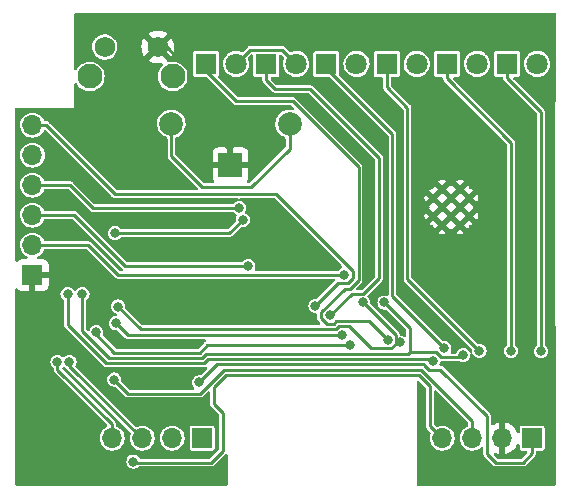
<source format=gbr>
%TF.GenerationSoftware,KiCad,Pcbnew,6.0.11-2627ca5db0~126~ubuntu20.04.1*%
%TF.CreationDate,2024-10-06T15:46:28-05:00*%
%TF.ProjectId,modbus_rtu_mirror_side_88x37x59mm,6d6f6462-7573-45f7-9274-755f6d697272,rev?*%
%TF.SameCoordinates,Original*%
%TF.FileFunction,Copper,L2,Bot*%
%TF.FilePolarity,Positive*%
%FSLAX46Y46*%
G04 Gerber Fmt 4.6, Leading zero omitted, Abs format (unit mm)*
G04 Created by KiCad (PCBNEW 6.0.11-2627ca5db0~126~ubuntu20.04.1) date 2024-10-06 15:46:28*
%MOMM*%
%LPD*%
G01*
G04 APERTURE LIST*
%TA.AperFunction,ComponentPad*%
%ADD10R,1.800000X1.800000*%
%TD*%
%TA.AperFunction,ComponentPad*%
%ADD11C,1.800000*%
%TD*%
%TA.AperFunction,ComponentPad*%
%ADD12C,2.000000*%
%TD*%
%TA.AperFunction,ComponentPad*%
%ADD13R,2.000000X2.000000*%
%TD*%
%TA.AperFunction,ComponentPad*%
%ADD14R,1.700000X1.700000*%
%TD*%
%TA.AperFunction,ComponentPad*%
%ADD15O,1.700000X1.700000*%
%TD*%
%TA.AperFunction,HeatsinkPad*%
%ADD16C,0.475000*%
%TD*%
%TA.AperFunction,ComponentPad*%
%ADD17C,2.100000*%
%TD*%
%TA.AperFunction,ComponentPad*%
%ADD18C,1.750000*%
%TD*%
%TA.AperFunction,ViaPad*%
%ADD19C,0.800000*%
%TD*%
%TA.AperFunction,Conductor*%
%ADD20C,0.250000*%
%TD*%
G04 APERTURE END LIST*
D10*
%TO.P,D3,1,K*%
%TO.N,Net-(D3-Pad1)*%
X131463000Y-104300000D03*
D11*
%TO.P,D3,2,A*%
%TO.N,+3.3V*%
X134003000Y-104300000D03*
%TD*%
D12*
%TO.P,BT1,1,+*%
%TO.N,+BATT*%
X113237000Y-109375000D03*
X123237000Y-109375000D03*
D13*
%TO.P,BT1,2,-*%
%TO.N,GND*%
X118237000Y-112875000D03*
%TD*%
D14*
%TO.P,J3,1,Pin_1*%
%TO.N,GND*%
X101473000Y-122174000D03*
D15*
%TO.P,J3,2,Pin_2*%
%TO.N,/ESP_TXD*%
X101473000Y-119634000D03*
%TO.P,J3,3,Pin_3*%
%TO.N,/ESP_RXD*%
X101473000Y-117094000D03*
%TO.P,J3,4,Pin_4*%
%TO.N,+3.3V*%
X101473000Y-114554000D03*
%TO.P,J3,5,Pin_5*%
%TO.N,/ESP_EN*%
X101473000Y-112014000D03*
%TO.P,J3,6,Pin_6*%
%TO.N,/ESP_IO0*%
X101473000Y-109474000D03*
%TD*%
D10*
%TO.P,D2,1,K*%
%TO.N,Net-(D2-Pad1)*%
X136563000Y-104300000D03*
D11*
%TO.P,D2,2,A*%
%TO.N,/STP_LED*%
X139103000Y-104300000D03*
%TD*%
D10*
%TO.P,D4,1,K*%
%TO.N,Net-(D4-Pad1)*%
X126363000Y-104300000D03*
D11*
%TO.P,D4,2,A*%
%TO.N,+3.3V*%
X128903000Y-104300000D03*
%TD*%
D16*
%TO.P,U1,39,GND*%
%TO.N,GND*%
X137689500Y-114889000D03*
X136164500Y-114889000D03*
X138452000Y-115651500D03*
X136927000Y-115651500D03*
X137689500Y-117939000D03*
X137689500Y-116414000D03*
X135402000Y-115651500D03*
X136927000Y-117176500D03*
X138452000Y-117176500D03*
X136164500Y-117939000D03*
X136164500Y-116414000D03*
X135402000Y-117176500D03*
%TD*%
D14*
%TO.P,J1,1,Pin_1*%
%TO.N,Net-(J1-Pad1)*%
X115840000Y-135980000D03*
D15*
%TO.P,J1,2,Pin_2*%
%TO.N,Net-(J1-Pad2)*%
X113300000Y-135980000D03*
%TO.P,J1,3,Pin_3*%
%TO.N,Net-(J1-Pad3)*%
X110760000Y-135980000D03*
%TO.P,J1,4,Pin_4*%
%TO.N,Net-(J1-Pad4)*%
X108220000Y-135980000D03*
%TD*%
D10*
%TO.P,D1,1,K*%
%TO.N,Net-(D1-Pad1)*%
X141663000Y-104300000D03*
D11*
%TO.P,D1,2,A*%
%TO.N,+3.3V*%
X144203000Y-104300000D03*
%TD*%
D17*
%TO.P,SW1,*%
%TO.N,*%
X113340000Y-105357500D03*
X106330000Y-105357500D03*
D18*
%TO.P,SW1,1,1*%
%TO.N,/STP_SW*%
X107580000Y-102867500D03*
%TO.P,SW1,2,2*%
%TO.N,GND*%
X112080000Y-102867500D03*
%TD*%
D14*
%TO.P,J2,1,Pin_1*%
%TO.N,+5V*%
X143780000Y-135980000D03*
D15*
%TO.P,J2,2,Pin_2*%
%TO.N,GND*%
X141240000Y-135980000D03*
%TO.P,J2,3,Pin_3*%
%TO.N,Net-(J2-Pad3)*%
X138700000Y-135980000D03*
%TO.P,J2,4,Pin_4*%
%TO.N,Net-(J2-Pad4)*%
X136160000Y-135980000D03*
%TD*%
D10*
%TO.P,D5,1,K*%
%TO.N,Net-(D5-Pad1)*%
X121263000Y-104300000D03*
D11*
%TO.P,D5,2,A*%
%TO.N,+3.3V*%
X123803000Y-104300000D03*
%TD*%
D10*
%TO.P,D6,1,K*%
%TO.N,Net-(D6-Pad1)*%
X116163000Y-104300000D03*
D11*
%TO.P,D6,2,A*%
%TO.N,+3.3V*%
X118703000Y-104300000D03*
%TD*%
D19*
%TO.N,GND*%
X106264200Y-121135600D03*
X108741200Y-128003100D03*
%TO.N,+3.3V*%
X118979800Y-116481200D03*
%TO.N,+5V*%
X115601273Y-131261429D03*
%TO.N,Net-(D1-Pad1)*%
X144526000Y-128608500D03*
%TO.N,Net-(D2-Pad1)*%
X141986000Y-128578800D03*
%TO.N,Net-(D3-Pad1)*%
X139319000Y-128582500D03*
%TO.N,/TX2_LED*%
X131271400Y-124489700D03*
X105696000Y-123783900D03*
X137933400Y-128952500D03*
%TO.N,Net-(U1-Pad31)*%
X104446200Y-123788400D03*
X135373900Y-129452300D03*
%TO.N,Net-(D4-Pad1)*%
X136344000Y-128356700D03*
%TO.N,Net-(D5-Pad1)*%
X126679300Y-125584000D03*
%TO.N,Net-(D6-Pad1)*%
X131534700Y-127654400D03*
%TO.N,/RX2_LED*%
X129479300Y-124488200D03*
X108721700Y-124834700D03*
X132551000Y-127879500D03*
%TO.N,/RX1_LED*%
X128372800Y-128113200D03*
X106867100Y-127023700D03*
%TO.N,/ESP_TXD*%
X127869000Y-122138500D03*
%TO.N,/ESP_RXD*%
X119741900Y-121379400D03*
%TO.N,/ESP_IO0*%
X125430900Y-124780700D03*
%TO.N,Net-(U1-Pad27)*%
X127673100Y-127278800D03*
X108534300Y-126257600D03*
%TO.N,/I2C0_SCL*%
X119271200Y-117497900D03*
X108460300Y-118618000D03*
%TO.N,Net-(J1-Pad3)*%
X104597100Y-129511200D03*
%TO.N,Net-(J1-Pad4)*%
X103588300Y-129506500D03*
%TO.N,Net-(J2-Pad3)*%
X108394300Y-131018200D03*
%TO.N,Net-(J2-Pad4)*%
X110021300Y-137959500D03*
%TD*%
D20*
%TO.N,GND*%
X106264200Y-122174000D02*
X106264200Y-121135600D01*
X107809000Y-127070900D02*
X108741200Y-128003100D01*
X106264200Y-122174000D02*
X107809000Y-123718800D01*
X141240000Y-121489500D02*
X141240000Y-135980000D01*
X112827100Y-102867500D02*
X114826500Y-104866900D01*
X107809000Y-123718800D02*
X107809000Y-127070900D01*
X114826500Y-108139200D02*
X118237000Y-111549700D01*
X137689500Y-117939000D02*
X141240000Y-121489500D01*
X101473000Y-122174000D02*
X102648300Y-122174000D01*
X112080000Y-102867500D02*
X112827100Y-102867500D01*
X106264200Y-122174000D02*
X102648300Y-122174000D01*
X118237000Y-112875000D02*
X118237000Y-111549700D01*
X114826500Y-104866900D02*
X114826500Y-108139200D01*
%TO.N,+3.3V*%
X104648000Y-114554000D02*
X106575200Y-116481200D01*
X122577600Y-103074600D02*
X123803000Y-104300000D01*
X118703000Y-104300000D02*
X119928400Y-103074600D01*
X101473000Y-114554000D02*
X104648000Y-114554000D01*
X106575200Y-116481200D02*
X118979800Y-116481200D01*
X119928400Y-103074600D02*
X122577600Y-103074600D01*
%TO.N,+5V*%
X135073595Y-130177300D02*
X136019300Y-130177300D01*
X139970000Y-134128000D02*
X139970000Y-137303000D01*
X143780000Y-137271000D02*
X143780000Y-135980000D01*
X140716000Y-138049000D02*
X143002000Y-138049000D01*
X136019300Y-130177300D02*
X139970000Y-134128000D01*
X134648900Y-129752605D02*
X135073595Y-130177300D01*
X115601273Y-131261429D02*
X117123502Y-129739200D01*
X143002000Y-138049000D02*
X143780000Y-137271000D01*
X134648900Y-129739200D02*
X134648900Y-129752605D01*
X139970000Y-137303000D02*
X140716000Y-138049000D01*
X117123502Y-129739200D02*
X134648900Y-129739200D01*
%TO.N,Net-(D1-Pad1)*%
X141663000Y-104300000D02*
X141663000Y-105525300D01*
X144526000Y-108388300D02*
X144526000Y-128608500D01*
X141663000Y-105525300D02*
X144526000Y-108388300D01*
%TO.N,Net-(D2-Pad1)*%
X136563000Y-105525300D02*
X141986000Y-110948300D01*
X136563000Y-104300000D02*
X136563000Y-105525300D01*
X141986000Y-110948300D02*
X141986000Y-128578800D01*
%TO.N,Net-(D3-Pad1)*%
X139319000Y-128582500D02*
X133223000Y-122486500D01*
X131463000Y-106238650D02*
X131463000Y-104300000D01*
X133223000Y-107998650D02*
X131463000Y-106238650D01*
X133223000Y-122486500D02*
X133223000Y-107998650D01*
%TO.N,/TX2_LED*%
X133438100Y-128658500D02*
X133258100Y-128838500D01*
X137933400Y-128952500D02*
X137748400Y-129137500D01*
X116163900Y-128838500D02*
X115823500Y-129178900D01*
X136084900Y-129137500D02*
X135605900Y-128658500D01*
X135605900Y-128658500D02*
X133438100Y-128658500D01*
X107968200Y-129178900D02*
X105696000Y-126906700D01*
X105696000Y-126906700D02*
X105696000Y-123783900D01*
X137748400Y-129137500D02*
X136084900Y-129137500D01*
X133258100Y-128838500D02*
X116163900Y-128838500D01*
X133438100Y-128658500D02*
X133438100Y-126656400D01*
X115823500Y-129178900D02*
X107968200Y-129178900D01*
X133438100Y-126656400D02*
X131271400Y-124489700D01*
%TO.N,Net-(U1-Pad31)*%
X104446200Y-126365000D02*
X104446200Y-123788400D01*
X135210500Y-129288900D02*
X116350400Y-129288900D01*
X135373900Y-129452300D02*
X135210500Y-129288900D01*
X107728600Y-129647400D02*
X104446200Y-126365000D01*
X116350400Y-129288900D02*
X115991900Y-129647400D01*
X115991900Y-129647400D02*
X107728600Y-129647400D01*
%TO.N,Net-(D4-Pad1)*%
X131953000Y-110236000D02*
X131953000Y-123965700D01*
X126363000Y-104646000D02*
X131953000Y-110236000D01*
X131953000Y-123965700D02*
X136344000Y-128356700D01*
X126363000Y-104300000D02*
X126363000Y-104646000D01*
%TO.N,Net-(D5-Pad1)*%
X128500100Y-123763200D02*
X126679300Y-125584000D01*
X130810000Y-122428000D02*
X129474800Y-123763200D01*
X121263000Y-104300000D02*
X121263000Y-105642000D01*
X130810000Y-112268000D02*
X130810000Y-122428000D01*
X129474800Y-123763200D02*
X128500100Y-123763200D01*
X124945300Y-106403300D02*
X130810000Y-112268000D01*
X122024300Y-106403300D02*
X124945300Y-106403300D01*
X121263000Y-105642000D02*
X122024300Y-106403300D01*
%TO.N,Net-(D6-Pad1)*%
X128376900Y-123314100D02*
X129087000Y-122604000D01*
X116163000Y-104860000D02*
X116163000Y-104300000D01*
X131534700Y-127654400D02*
X129955800Y-126075500D01*
X129087000Y-113027250D02*
X123501750Y-107442000D01*
X127923300Y-123314100D02*
X128376900Y-123314100D01*
X126378900Y-126309300D02*
X125906400Y-125836800D01*
X125906400Y-125836800D02*
X125906400Y-125331000D01*
X123501750Y-107442000D02*
X118745000Y-107442000D01*
X129955800Y-126075500D02*
X127213600Y-126075500D01*
X118745000Y-107442000D02*
X116163000Y-104860000D01*
X125906400Y-125331000D02*
X127923300Y-123314100D01*
X129087000Y-122604000D02*
X129087000Y-113027250D01*
X127213600Y-126075500D02*
X126979800Y-126309300D01*
X126979800Y-126309300D02*
X126378900Y-126309300D01*
%TO.N,/RX2_LED*%
X127166400Y-126759600D02*
X127400200Y-126525800D01*
X132260100Y-127985700D02*
X132260100Y-127879500D01*
X131866000Y-128379800D02*
X132260100Y-127985700D01*
X132260100Y-127879500D02*
X132551000Y-127879500D01*
X110646600Y-126759600D02*
X127166400Y-126759600D01*
X132260100Y-127269000D02*
X129479300Y-124488200D01*
X130109100Y-128379800D02*
X131866000Y-128379800D01*
X128255100Y-126525800D02*
X130109100Y-128379800D01*
X127400200Y-126525800D02*
X128255100Y-126525800D01*
X108721700Y-124834700D02*
X110646600Y-126759600D01*
X132260100Y-127879500D02*
X132260100Y-127269000D01*
%TO.N,/RX1_LED*%
X128372800Y-128113200D02*
X116252300Y-128113200D01*
X116252300Y-128113200D02*
X115637000Y-128728500D01*
X115637000Y-128728500D02*
X108411800Y-128728500D01*
X106867100Y-127183800D02*
X106867100Y-127023700D01*
X108411800Y-128728500D02*
X106867100Y-127183800D01*
%TO.N,+BATT*%
X120015000Y-114681000D02*
X115824000Y-114681000D01*
X115824000Y-114681000D02*
X113237000Y-112094000D01*
X123237000Y-109375000D02*
X123237000Y-111459000D01*
X123237000Y-111459000D02*
X120015000Y-114681000D01*
X113237000Y-112094000D02*
X113237000Y-109375000D01*
%TO.N,/ESP_TXD*%
X108676500Y-122138500D02*
X106172000Y-119634000D01*
X127869000Y-122138500D02*
X108676500Y-122138500D01*
X106172000Y-119634000D02*
X101473000Y-119634000D01*
%TO.N,/ESP_RXD*%
X101473000Y-117094000D02*
X105029000Y-117094000D01*
X109314400Y-121379400D02*
X119741900Y-121379400D01*
X105029000Y-117094000D02*
X109314400Y-121379400D01*
%TO.N,/ESP_IO0*%
X128186400Y-122863800D02*
X127347800Y-122863800D01*
X108490300Y-115316000D02*
X122089200Y-115316000D01*
X127347800Y-122863800D02*
X125430900Y-124780700D01*
X122089200Y-115316000D02*
X128636700Y-121863500D01*
X128636700Y-121863500D02*
X128636700Y-122413500D01*
X101473000Y-109474000D02*
X102648300Y-109474000D01*
X102648300Y-109474000D02*
X108490300Y-115316000D01*
X128636700Y-122413500D02*
X128186400Y-122863800D01*
%TO.N,Net-(U1-Pad27)*%
X109555500Y-127278800D02*
X127673100Y-127278800D01*
X108534300Y-126257600D02*
X109555500Y-127278800D01*
%TO.N,/I2C0_SCL*%
X108460300Y-118618000D02*
X118151100Y-118618000D01*
X118151100Y-118618000D02*
X119271200Y-117497900D01*
%TO.N,Net-(J1-Pad3)*%
X104597100Y-129870100D02*
X104597100Y-129511200D01*
X110760000Y-135980000D02*
X110707000Y-135980000D01*
X110707000Y-135980000D02*
X104597100Y-129870100D01*
%TO.N,Net-(J1-Pad4)*%
X108220000Y-134804700D02*
X103588300Y-130173000D01*
X108220000Y-135980000D02*
X108220000Y-134804700D01*
X103588300Y-130173000D02*
X103588300Y-129506500D01*
%TO.N,Net-(J2-Pad3)*%
X115680300Y-132207000D02*
X109583100Y-132207000D01*
X138700000Y-134531200D02*
X134358400Y-130189600D01*
X109583100Y-132207000D02*
X108394300Y-131018200D01*
X117697700Y-130189600D02*
X115680300Y-132207000D01*
X138700000Y-135980000D02*
X138700000Y-134531200D01*
X134358400Y-130189600D02*
X117697700Y-130189600D01*
%TO.N,Net-(J2-Pad4)*%
X117602000Y-133858000D02*
X116840000Y-133096000D01*
X116586000Y-138049000D02*
X117602000Y-137033000D01*
X134196500Y-130664600D02*
X135128000Y-131596100D01*
X116840000Y-133096000D02*
X116840000Y-131684300D01*
X117859700Y-130664600D02*
X134196500Y-130664600D01*
X135128000Y-134948000D02*
X136160000Y-135980000D01*
X110021300Y-137959500D02*
X110110800Y-138049000D01*
X117602000Y-137033000D02*
X117602000Y-133858000D01*
X135128000Y-131596100D02*
X135128000Y-134948000D01*
X116840000Y-131684300D02*
X117859700Y-130664600D01*
X110110800Y-138049000D02*
X116586000Y-138049000D01*
%TD*%
%TA.AperFunction,Conductor*%
%TO.N,GND*%
G36*
X106053105Y-119979502D02*
G01*
X106074079Y-119996405D01*
X108432389Y-122354715D01*
X108439816Y-122362819D01*
X108464045Y-122391694D01*
X108473594Y-122397207D01*
X108496685Y-122410539D01*
X108505956Y-122416445D01*
X108536816Y-122438054D01*
X108547466Y-122440908D01*
X108550634Y-122442385D01*
X108553910Y-122443577D01*
X108563455Y-122449088D01*
X108597199Y-122455038D01*
X108600558Y-122455630D01*
X108611285Y-122458008D01*
X108647693Y-122467764D01*
X108658669Y-122466804D01*
X108658672Y-122466804D01*
X108685243Y-122464479D01*
X108696224Y-122464000D01*
X126983084Y-122464000D01*
X127051205Y-122484002D01*
X127097698Y-122537658D01*
X127107802Y-122607932D01*
X127078308Y-122672512D01*
X127072179Y-122679095D01*
X125603283Y-124147991D01*
X125540971Y-124182017D01*
X125497743Y-124183818D01*
X125430900Y-124175018D01*
X125274138Y-124195656D01*
X125128059Y-124256164D01*
X125002618Y-124352418D01*
X124906364Y-124477859D01*
X124845856Y-124623938D01*
X124825218Y-124780700D01*
X124845856Y-124937462D01*
X124906364Y-125083541D01*
X125002618Y-125208982D01*
X125128059Y-125305236D01*
X125274138Y-125365744D01*
X125430900Y-125386382D01*
X125439088Y-125385304D01*
X125447346Y-125385304D01*
X125447346Y-125386775D01*
X125508595Y-125396323D01*
X125561697Y-125443448D01*
X125580900Y-125510309D01*
X125580900Y-125817090D01*
X125580420Y-125828072D01*
X125578330Y-125851964D01*
X125577136Y-125865607D01*
X125579990Y-125876256D01*
X125586891Y-125902010D01*
X125589270Y-125912742D01*
X125595812Y-125949845D01*
X125601323Y-125959390D01*
X125602515Y-125962666D01*
X125603992Y-125965834D01*
X125606846Y-125976484D01*
X125613170Y-125985515D01*
X125628455Y-126007344D01*
X125634361Y-126016615D01*
X125647693Y-126039706D01*
X125653206Y-126049255D01*
X125661651Y-126056341D01*
X125682082Y-126073485D01*
X125690185Y-126080911D01*
X125828279Y-126219005D01*
X125862305Y-126281317D01*
X125857240Y-126352132D01*
X125814693Y-126408968D01*
X125748173Y-126433779D01*
X125739184Y-126434100D01*
X110833616Y-126434100D01*
X110765495Y-126414098D01*
X110744521Y-126397195D01*
X109354409Y-125007083D01*
X109320383Y-124944771D01*
X109318582Y-124901542D01*
X109326304Y-124842888D01*
X109327382Y-124834700D01*
X109306744Y-124677938D01*
X109246236Y-124531859D01*
X109149982Y-124406418D01*
X109024541Y-124310164D01*
X108894174Y-124256164D01*
X108886091Y-124252816D01*
X108878462Y-124249656D01*
X108721700Y-124229018D01*
X108564938Y-124249656D01*
X108557309Y-124252816D01*
X108549226Y-124256164D01*
X108418859Y-124310164D01*
X108293418Y-124406418D01*
X108197164Y-124531859D01*
X108136656Y-124677938D01*
X108116018Y-124834700D01*
X108136656Y-124991462D01*
X108197164Y-125137541D01*
X108293418Y-125262982D01*
X108418859Y-125359236D01*
X108481793Y-125385304D01*
X108548436Y-125412909D01*
X108603717Y-125457458D01*
X108626138Y-125524821D01*
X108608580Y-125593612D01*
X108556617Y-125641991D01*
X108516665Y-125654240D01*
X108377538Y-125672556D01*
X108231459Y-125733064D01*
X108224908Y-125738091D01*
X108116198Y-125821507D01*
X108106018Y-125829318D01*
X108009764Y-125954759D01*
X107949256Y-126100838D01*
X107928618Y-126257600D01*
X107949256Y-126414362D01*
X108009764Y-126560441D01*
X108106018Y-126685882D01*
X108231459Y-126782136D01*
X108377538Y-126842644D01*
X108534300Y-126863282D01*
X108601143Y-126854482D01*
X108671290Y-126865421D01*
X108706683Y-126890309D01*
X109311389Y-127495015D01*
X109318816Y-127503119D01*
X109343045Y-127531994D01*
X109352594Y-127537507D01*
X109375685Y-127550839D01*
X109384956Y-127556745D01*
X109415816Y-127578354D01*
X109426466Y-127581208D01*
X109429634Y-127582685D01*
X109432910Y-127583877D01*
X109442455Y-127589388D01*
X109476199Y-127595338D01*
X109479558Y-127595930D01*
X109490285Y-127598308D01*
X109526693Y-127608064D01*
X109537678Y-127607103D01*
X109537680Y-127607103D01*
X109564228Y-127604780D01*
X109575210Y-127604300D01*
X116011973Y-127604300D01*
X116080094Y-127624302D01*
X116126587Y-127677958D01*
X116136691Y-127748232D01*
X116107197Y-127812812D01*
X116084240Y-127833515D01*
X116081752Y-127835257D01*
X116072485Y-127841161D01*
X116049394Y-127854493D01*
X116039845Y-127860006D01*
X116032759Y-127868451D01*
X116015615Y-127888882D01*
X116008189Y-127896985D01*
X115539079Y-128366095D01*
X115476767Y-128400121D01*
X115449984Y-128403000D01*
X108598816Y-128403000D01*
X108530695Y-128382998D01*
X108509721Y-128366095D01*
X107474169Y-127330543D01*
X107440143Y-127268231D01*
X107446858Y-127193224D01*
X107448984Y-127188092D01*
X107448985Y-127188089D01*
X107452144Y-127180462D01*
X107455371Y-127155955D01*
X107471704Y-127031888D01*
X107472782Y-127023700D01*
X107452144Y-126866938D01*
X107391636Y-126720859D01*
X107295382Y-126595418D01*
X107169941Y-126499164D01*
X107023862Y-126438656D01*
X106999389Y-126435434D01*
X106875288Y-126419096D01*
X106867100Y-126418018D01*
X106858912Y-126419096D01*
X106734812Y-126435434D01*
X106710338Y-126438656D01*
X106564259Y-126499164D01*
X106438818Y-126595418D01*
X106342564Y-126720859D01*
X106313417Y-126791226D01*
X106305748Y-126809741D01*
X106261200Y-126865022D01*
X106193836Y-126887443D01*
X106125045Y-126869885D01*
X106100244Y-126850618D01*
X106058405Y-126808779D01*
X106024379Y-126746467D01*
X106021500Y-126719684D01*
X106021500Y-124353186D01*
X106041502Y-124285065D01*
X106070796Y-124253223D01*
X106117736Y-124217205D01*
X106124282Y-124212182D01*
X106220536Y-124086741D01*
X106281044Y-123940662D01*
X106301682Y-123783900D01*
X106281044Y-123627138D01*
X106220536Y-123481059D01*
X106124282Y-123355618D01*
X105998841Y-123259364D01*
X105863626Y-123203356D01*
X105860391Y-123202016D01*
X105852762Y-123198856D01*
X105696000Y-123178218D01*
X105539238Y-123198856D01*
X105531609Y-123202016D01*
X105528374Y-123203356D01*
X105393159Y-123259364D01*
X105267718Y-123355618D01*
X105171464Y-123481059D01*
X105169401Y-123479476D01*
X105127404Y-123519516D01*
X105057689Y-123532948D01*
X104991780Y-123506557D01*
X104969711Y-123484223D01*
X104879505Y-123366664D01*
X104874482Y-123360118D01*
X104749041Y-123263864D01*
X104602962Y-123203356D01*
X104446200Y-123182718D01*
X104289438Y-123203356D01*
X104143359Y-123263864D01*
X104017918Y-123360118D01*
X103921664Y-123485559D01*
X103861156Y-123631638D01*
X103840518Y-123788400D01*
X103861156Y-123945162D01*
X103921664Y-124091241D01*
X104017918Y-124216682D01*
X104024464Y-124221705D01*
X104071404Y-124257723D01*
X104113271Y-124315061D01*
X104120700Y-124357686D01*
X104120700Y-126345290D01*
X104120220Y-126356272D01*
X104116936Y-126393807D01*
X104125598Y-126426132D01*
X104126691Y-126430210D01*
X104129070Y-126440942D01*
X104135612Y-126478045D01*
X104141123Y-126487590D01*
X104142315Y-126490866D01*
X104143792Y-126494034D01*
X104146646Y-126504684D01*
X104152970Y-126513715D01*
X104168255Y-126535544D01*
X104174161Y-126544815D01*
X104178778Y-126552811D01*
X104193006Y-126577455D01*
X104214413Y-126595418D01*
X104221882Y-126601685D01*
X104229985Y-126609111D01*
X107484489Y-129863615D01*
X107491916Y-129871719D01*
X107516145Y-129900594D01*
X107525694Y-129906107D01*
X107548785Y-129919439D01*
X107558056Y-129925345D01*
X107588916Y-129946954D01*
X107599566Y-129949808D01*
X107602734Y-129951285D01*
X107606010Y-129952477D01*
X107615555Y-129957988D01*
X107649299Y-129963938D01*
X107652658Y-129964530D01*
X107663385Y-129966908D01*
X107699793Y-129976664D01*
X107710769Y-129975704D01*
X107710772Y-129975704D01*
X107737343Y-129973379D01*
X107748324Y-129972900D01*
X115972190Y-129972900D01*
X115983172Y-129973380D01*
X116009720Y-129975703D01*
X116009722Y-129975703D01*
X116020707Y-129976664D01*
X116057115Y-129966908D01*
X116067842Y-129964530D01*
X116071201Y-129963938D01*
X116104945Y-129957988D01*
X116110559Y-129954747D01*
X116178621Y-129950421D01*
X116240661Y-129984940D01*
X116274190Y-130047520D01*
X116268563Y-130118293D01*
X116239956Y-130162420D01*
X115773656Y-130628720D01*
X115711344Y-130662746D01*
X115668116Y-130664547D01*
X115601273Y-130655747D01*
X115444511Y-130676385D01*
X115298432Y-130736893D01*
X115172991Y-130833147D01*
X115167968Y-130839693D01*
X115151283Y-130861438D01*
X115076737Y-130958588D01*
X115016229Y-131104667D01*
X115015151Y-131112855D01*
X115007396Y-131171760D01*
X114995591Y-131261429D01*
X115016229Y-131418191D01*
X115076737Y-131564270D01*
X115081765Y-131570823D01*
X115081767Y-131570826D01*
X115164615Y-131678796D01*
X115190216Y-131745016D01*
X115175951Y-131814565D01*
X115126350Y-131865361D01*
X115064653Y-131881500D01*
X109770116Y-131881500D01*
X109701995Y-131861498D01*
X109681021Y-131844595D01*
X109027009Y-131190583D01*
X108992983Y-131128271D01*
X108991182Y-131085042D01*
X108998904Y-131026388D01*
X108999982Y-131018200D01*
X108979344Y-130861438D01*
X108918836Y-130715359D01*
X108822582Y-130589918D01*
X108697141Y-130493664D01*
X108551062Y-130433156D01*
X108394300Y-130412518D01*
X108237538Y-130433156D01*
X108091459Y-130493664D01*
X107966018Y-130589918D01*
X107869764Y-130715359D01*
X107809256Y-130861438D01*
X107788618Y-131018200D01*
X107789696Y-131026388D01*
X107801080Y-131112855D01*
X107809256Y-131174962D01*
X107869764Y-131321041D01*
X107874791Y-131327592D01*
X107950164Y-131425820D01*
X107966018Y-131446482D01*
X108091459Y-131542736D01*
X108237538Y-131603244D01*
X108394300Y-131623882D01*
X108461143Y-131615082D01*
X108531290Y-131626021D01*
X108566683Y-131650909D01*
X109338989Y-132423215D01*
X109346415Y-132431318D01*
X109370645Y-132460194D01*
X109380194Y-132465707D01*
X109403285Y-132479039D01*
X109412556Y-132484945D01*
X109443416Y-132506554D01*
X109454066Y-132509408D01*
X109457234Y-132510885D01*
X109460510Y-132512077D01*
X109470055Y-132517588D01*
X109503799Y-132523538D01*
X109507158Y-132524130D01*
X109517885Y-132526508D01*
X109554293Y-132536264D01*
X109565278Y-132535303D01*
X109565280Y-132535303D01*
X109591828Y-132532980D01*
X109602810Y-132532500D01*
X115660590Y-132532500D01*
X115671572Y-132532980D01*
X115698120Y-132535303D01*
X115698122Y-132535303D01*
X115709107Y-132536264D01*
X115745515Y-132526508D01*
X115756242Y-132524130D01*
X115759601Y-132523538D01*
X115793345Y-132517588D01*
X115802890Y-132512077D01*
X115806166Y-132510885D01*
X115809334Y-132509408D01*
X115819984Y-132506554D01*
X115850844Y-132484945D01*
X115860115Y-132479039D01*
X115883206Y-132465707D01*
X115892755Y-132460194D01*
X115916985Y-132431317D01*
X115924411Y-132423215D01*
X116299405Y-132048221D01*
X116361717Y-132014195D01*
X116432532Y-132019260D01*
X116489368Y-132061807D01*
X116514179Y-132128327D01*
X116514500Y-132137316D01*
X116514500Y-133076290D01*
X116514020Y-133087272D01*
X116510736Y-133124807D01*
X116513590Y-133135456D01*
X116520491Y-133161210D01*
X116522870Y-133171942D01*
X116529412Y-133209045D01*
X116534923Y-133218590D01*
X116536115Y-133221866D01*
X116537592Y-133225034D01*
X116540446Y-133235684D01*
X116546770Y-133244715D01*
X116562055Y-133266544D01*
X116567961Y-133275815D01*
X116581293Y-133298906D01*
X116586806Y-133308455D01*
X116595251Y-133315541D01*
X116615682Y-133332685D01*
X116623785Y-133340111D01*
X117239595Y-133955921D01*
X117273621Y-134018233D01*
X117276500Y-134045016D01*
X117276500Y-136845984D01*
X117256498Y-136914105D01*
X117239595Y-136935079D01*
X116488079Y-137686595D01*
X116425767Y-137720621D01*
X116398984Y-137723500D01*
X110655928Y-137723500D01*
X110587807Y-137703498D01*
X110547901Y-137661644D01*
X110545836Y-137656659D01*
X110449582Y-137531218D01*
X110324141Y-137434964D01*
X110178062Y-137374456D01*
X110021300Y-137353818D01*
X109864538Y-137374456D01*
X109718459Y-137434964D01*
X109593018Y-137531218D01*
X109496764Y-137656659D01*
X109436256Y-137802738D01*
X109415618Y-137959500D01*
X109436256Y-138116262D01*
X109496764Y-138262341D01*
X109593018Y-138387782D01*
X109718459Y-138484036D01*
X109864538Y-138544544D01*
X110021300Y-138565182D01*
X110029488Y-138564104D01*
X110169874Y-138545622D01*
X110178062Y-138544544D01*
X110324141Y-138484036D01*
X110432960Y-138400537D01*
X110499179Y-138374937D01*
X110509663Y-138374500D01*
X116566290Y-138374500D01*
X116577272Y-138374980D01*
X116603820Y-138377303D01*
X116603822Y-138377303D01*
X116614807Y-138378264D01*
X116651215Y-138368508D01*
X116661942Y-138366130D01*
X116665301Y-138365538D01*
X116699045Y-138359588D01*
X116708590Y-138354077D01*
X116711866Y-138352885D01*
X116715034Y-138351408D01*
X116725684Y-138348554D01*
X116756550Y-138326941D01*
X116765815Y-138321039D01*
X116788906Y-138307707D01*
X116798455Y-138302194D01*
X116822685Y-138273317D01*
X116830111Y-138265215D01*
X117783905Y-137311421D01*
X117846217Y-137277395D01*
X117917032Y-137282460D01*
X117973868Y-137325007D01*
X117998679Y-137391527D01*
X117999000Y-137400516D01*
X117999000Y-139873000D01*
X117978998Y-139941121D01*
X117925342Y-139987614D01*
X117873000Y-139999000D01*
X100127000Y-139999000D01*
X100058879Y-139978998D01*
X100012386Y-139925342D01*
X100001000Y-139873000D01*
X100001000Y-129506500D01*
X102982618Y-129506500D01*
X103003256Y-129663262D01*
X103063764Y-129809341D01*
X103093456Y-129848036D01*
X103150354Y-129922187D01*
X103160018Y-129934782D01*
X103166564Y-129939805D01*
X103213504Y-129975823D01*
X103255371Y-130033161D01*
X103262800Y-130075786D01*
X103262800Y-130153290D01*
X103262320Y-130164272D01*
X103259036Y-130201807D01*
X103261890Y-130212456D01*
X103268791Y-130238210D01*
X103271170Y-130248942D01*
X103277712Y-130286045D01*
X103283223Y-130295590D01*
X103284415Y-130298866D01*
X103285892Y-130302034D01*
X103288746Y-130312684D01*
X103295070Y-130321715D01*
X103310355Y-130343544D01*
X103316261Y-130352815D01*
X103329593Y-130375906D01*
X103335106Y-130385455D01*
X103343551Y-130392541D01*
X103363982Y-130409685D01*
X103372085Y-130417111D01*
X107789758Y-134834784D01*
X107823784Y-134897096D01*
X107818719Y-134967911D01*
X107776172Y-135024747D01*
X107759039Y-135035540D01*
X107727996Y-135051769D01*
X107642002Y-135096726D01*
X107637201Y-135100586D01*
X107637198Y-135100588D01*
X107515694Y-135198280D01*
X107481447Y-135225815D01*
X107349024Y-135383630D01*
X107346056Y-135389028D01*
X107346053Y-135389033D01*
X107283142Y-135503469D01*
X107249776Y-135564162D01*
X107187484Y-135760532D01*
X107186798Y-135766649D01*
X107186797Y-135766653D01*
X107165207Y-135959137D01*
X107164520Y-135965262D01*
X107181759Y-136170553D01*
X107238544Y-136368586D01*
X107241359Y-136374063D01*
X107241360Y-136374066D01*
X107317321Y-136521870D01*
X107332712Y-136551818D01*
X107460677Y-136713270D01*
X107617564Y-136846791D01*
X107622942Y-136849797D01*
X107622944Y-136849798D01*
X107653387Y-136866812D01*
X107797398Y-136947297D01*
X107881280Y-136974552D01*
X107987471Y-137009056D01*
X107987475Y-137009057D01*
X107993329Y-137010959D01*
X108197894Y-137035351D01*
X108204029Y-137034879D01*
X108204031Y-137034879D01*
X108276625Y-137029293D01*
X108403300Y-137019546D01*
X108409230Y-137017890D01*
X108409232Y-137017890D01*
X108595797Y-136965800D01*
X108595796Y-136965800D01*
X108601725Y-136964145D01*
X108607214Y-136961372D01*
X108607220Y-136961370D01*
X108780116Y-136874033D01*
X108785610Y-136871258D01*
X108801345Y-136858965D01*
X108943101Y-136748213D01*
X108947951Y-136744424D01*
X108973857Y-136714412D01*
X109078540Y-136593134D01*
X109078540Y-136593133D01*
X109082564Y-136588472D01*
X109092673Y-136570678D01*
X109181276Y-136414707D01*
X109184323Y-136409344D01*
X109249351Y-136213863D01*
X109275171Y-136009474D01*
X109275583Y-135980000D01*
X109255480Y-135774970D01*
X109195935Y-135577749D01*
X109099218Y-135395849D01*
X108984244Y-135254877D01*
X108972906Y-135240975D01*
X108972903Y-135240972D01*
X108969011Y-135236200D01*
X108915711Y-135192106D01*
X108815025Y-135108811D01*
X108815021Y-135108808D01*
X108810275Y-135104882D01*
X108629055Y-135006897D01*
X108623167Y-135005074D01*
X108622676Y-135004868D01*
X108567628Y-134960033D01*
X108545500Y-134888712D01*
X108545500Y-134824410D01*
X108545980Y-134813428D01*
X108548303Y-134786880D01*
X108548303Y-134786878D01*
X108549264Y-134775893D01*
X108539508Y-134739485D01*
X108537130Y-134728758D01*
X108535271Y-134718216D01*
X108530588Y-134691655D01*
X108525077Y-134682110D01*
X108523885Y-134678834D01*
X108522408Y-134675666D01*
X108519554Y-134665016D01*
X108497945Y-134634156D01*
X108492039Y-134624885D01*
X108478707Y-134601794D01*
X108473194Y-134592245D01*
X108444317Y-134568015D01*
X108436215Y-134560589D01*
X104007949Y-130132323D01*
X103973923Y-130070011D01*
X103978988Y-129999196D01*
X104021535Y-129942360D01*
X104088055Y-129917549D01*
X104157429Y-129932640D01*
X104173748Y-129943265D01*
X104216179Y-129975823D01*
X104294259Y-130035736D01*
X104299454Y-130037888D01*
X104331459Y-130064743D01*
X104338394Y-130073008D01*
X104343906Y-130082555D01*
X104352351Y-130089641D01*
X104372782Y-130106785D01*
X104380885Y-130114211D01*
X109745493Y-135478820D01*
X109779519Y-135541132D01*
X109776500Y-135606013D01*
X109727484Y-135760532D01*
X109726798Y-135766649D01*
X109726797Y-135766653D01*
X109705207Y-135959137D01*
X109704520Y-135965262D01*
X109721759Y-136170553D01*
X109778544Y-136368586D01*
X109781359Y-136374063D01*
X109781360Y-136374066D01*
X109857321Y-136521870D01*
X109872712Y-136551818D01*
X110000677Y-136713270D01*
X110157564Y-136846791D01*
X110162942Y-136849797D01*
X110162944Y-136849798D01*
X110193387Y-136866812D01*
X110337398Y-136947297D01*
X110421280Y-136974552D01*
X110527471Y-137009056D01*
X110527475Y-137009057D01*
X110533329Y-137010959D01*
X110737894Y-137035351D01*
X110744029Y-137034879D01*
X110744031Y-137034879D01*
X110816625Y-137029293D01*
X110943300Y-137019546D01*
X110949230Y-137017890D01*
X110949232Y-137017890D01*
X111135797Y-136965800D01*
X111135796Y-136965800D01*
X111141725Y-136964145D01*
X111147214Y-136961372D01*
X111147220Y-136961370D01*
X111320116Y-136874033D01*
X111325610Y-136871258D01*
X111341345Y-136858965D01*
X111483101Y-136748213D01*
X111487951Y-136744424D01*
X111513857Y-136714412D01*
X111618540Y-136593134D01*
X111618540Y-136593133D01*
X111622564Y-136588472D01*
X111632673Y-136570678D01*
X111721276Y-136414707D01*
X111724323Y-136409344D01*
X111789351Y-136213863D01*
X111815171Y-136009474D01*
X111815583Y-135980000D01*
X111814138Y-135965262D01*
X112244520Y-135965262D01*
X112261759Y-136170553D01*
X112318544Y-136368586D01*
X112321359Y-136374063D01*
X112321360Y-136374066D01*
X112397321Y-136521870D01*
X112412712Y-136551818D01*
X112540677Y-136713270D01*
X112697564Y-136846791D01*
X112702942Y-136849797D01*
X112702944Y-136849798D01*
X112733387Y-136866812D01*
X112877398Y-136947297D01*
X112961280Y-136974552D01*
X113067471Y-137009056D01*
X113067475Y-137009057D01*
X113073329Y-137010959D01*
X113277894Y-137035351D01*
X113284029Y-137034879D01*
X113284031Y-137034879D01*
X113356625Y-137029293D01*
X113483300Y-137019546D01*
X113489230Y-137017890D01*
X113489232Y-137017890D01*
X113675797Y-136965800D01*
X113675796Y-136965800D01*
X113681725Y-136964145D01*
X113687214Y-136961372D01*
X113687220Y-136961370D01*
X113860116Y-136874033D01*
X113865610Y-136871258D01*
X113881345Y-136858965D01*
X113893142Y-136849748D01*
X114789500Y-136849748D01*
X114790707Y-136855816D01*
X114794331Y-136874033D01*
X114801133Y-136908231D01*
X114845448Y-136974552D01*
X114911769Y-137018867D01*
X114923938Y-137021288D01*
X114923939Y-137021288D01*
X114964184Y-137029293D01*
X114970252Y-137030500D01*
X116709748Y-137030500D01*
X116715816Y-137029293D01*
X116756061Y-137021288D01*
X116756062Y-137021288D01*
X116768231Y-137018867D01*
X116834552Y-136974552D01*
X116878867Y-136908231D01*
X116885670Y-136874033D01*
X116889293Y-136855816D01*
X116890500Y-136849748D01*
X116890500Y-135110252D01*
X116886011Y-135087684D01*
X116881288Y-135063939D01*
X116881288Y-135063938D01*
X116878867Y-135051769D01*
X116834552Y-134985448D01*
X116768231Y-134941133D01*
X116756062Y-134938712D01*
X116756061Y-134938712D01*
X116715816Y-134930707D01*
X116709748Y-134929500D01*
X114970252Y-134929500D01*
X114964184Y-134930707D01*
X114923939Y-134938712D01*
X114923938Y-134938712D01*
X114911769Y-134941133D01*
X114845448Y-134985448D01*
X114801133Y-135051769D01*
X114798712Y-135063938D01*
X114798712Y-135063939D01*
X114793989Y-135087684D01*
X114789500Y-135110252D01*
X114789500Y-136849748D01*
X113893142Y-136849748D01*
X114023101Y-136748213D01*
X114027951Y-136744424D01*
X114053857Y-136714412D01*
X114158540Y-136593134D01*
X114158540Y-136593133D01*
X114162564Y-136588472D01*
X114172673Y-136570678D01*
X114261276Y-136414707D01*
X114264323Y-136409344D01*
X114329351Y-136213863D01*
X114355171Y-136009474D01*
X114355583Y-135980000D01*
X114335480Y-135774970D01*
X114275935Y-135577749D01*
X114179218Y-135395849D01*
X114064244Y-135254877D01*
X114052906Y-135240975D01*
X114052903Y-135240972D01*
X114049011Y-135236200D01*
X113995711Y-135192106D01*
X113895025Y-135108811D01*
X113895021Y-135108808D01*
X113890275Y-135104882D01*
X113709055Y-135006897D01*
X113512254Y-134945977D01*
X113506129Y-134945333D01*
X113506128Y-134945333D01*
X113313498Y-134925087D01*
X113313496Y-134925087D01*
X113307369Y-134924443D01*
X113220529Y-134932346D01*
X113108342Y-134942555D01*
X113108339Y-134942556D01*
X113102203Y-134943114D01*
X112904572Y-135001280D01*
X112899109Y-135004136D01*
X112899107Y-135004137D01*
X112894325Y-135006637D01*
X112722002Y-135096726D01*
X112717201Y-135100586D01*
X112717198Y-135100588D01*
X112595694Y-135198280D01*
X112561447Y-135225815D01*
X112429024Y-135383630D01*
X112426056Y-135389028D01*
X112426053Y-135389033D01*
X112363142Y-135503469D01*
X112329776Y-135564162D01*
X112267484Y-135760532D01*
X112266798Y-135766649D01*
X112266797Y-135766653D01*
X112245207Y-135959137D01*
X112244520Y-135965262D01*
X111814138Y-135965262D01*
X111795480Y-135774970D01*
X111735935Y-135577749D01*
X111639218Y-135395849D01*
X111524244Y-135254877D01*
X111512906Y-135240975D01*
X111512903Y-135240972D01*
X111509011Y-135236200D01*
X111455711Y-135192106D01*
X111355025Y-135108811D01*
X111355021Y-135108808D01*
X111350275Y-135104882D01*
X111169055Y-135006897D01*
X110972254Y-134945977D01*
X110966129Y-134945333D01*
X110966128Y-134945333D01*
X110773498Y-134925087D01*
X110773496Y-134925087D01*
X110767369Y-134924443D01*
X110680529Y-134932346D01*
X110568342Y-134942555D01*
X110568339Y-134942556D01*
X110562203Y-134943114D01*
X110364572Y-135001280D01*
X110331042Y-135018809D01*
X110261408Y-135032645D01*
X110195347Y-135006637D01*
X110183571Y-134996244D01*
X105145191Y-129957865D01*
X105111165Y-129895553D01*
X105116230Y-129824738D01*
X105120687Y-129815278D01*
X105121636Y-129814041D01*
X105182144Y-129667962D01*
X105202782Y-129511200D01*
X105182144Y-129354438D01*
X105121636Y-129208359D01*
X105025382Y-129082918D01*
X104899941Y-128986664D01*
X104753862Y-128926156D01*
X104742165Y-128924616D01*
X104605288Y-128906596D01*
X104597100Y-128905518D01*
X104588912Y-128906596D01*
X104452036Y-128924616D01*
X104440338Y-128926156D01*
X104294259Y-128986664D01*
X104287708Y-128991691D01*
X104287703Y-128991694D01*
X104172141Y-129080368D01*
X104105921Y-129105969D01*
X104036372Y-129091704D01*
X104017143Y-129077487D01*
X104016582Y-129078218D01*
X104010036Y-129073195D01*
X103891141Y-128981964D01*
X103745062Y-128921456D01*
X103588300Y-128900818D01*
X103431538Y-128921456D01*
X103285459Y-128981964D01*
X103160018Y-129078218D01*
X103063764Y-129203659D01*
X103003256Y-129349738D01*
X102982618Y-129506500D01*
X100001000Y-129506500D01*
X100001000Y-123419411D01*
X100021002Y-123351290D01*
X100074658Y-123304797D01*
X100144932Y-123294693D01*
X100209512Y-123324187D01*
X100227826Y-123343846D01*
X100254715Y-123379724D01*
X100267276Y-123392285D01*
X100369351Y-123468786D01*
X100384946Y-123477324D01*
X100505394Y-123522478D01*
X100520649Y-123526105D01*
X100571514Y-123531631D01*
X100578328Y-123532000D01*
X101200885Y-123532000D01*
X101216124Y-123527525D01*
X101217329Y-123526135D01*
X101219000Y-123518452D01*
X101219000Y-123513884D01*
X101727000Y-123513884D01*
X101731475Y-123529123D01*
X101732865Y-123530328D01*
X101740548Y-123531999D01*
X102367669Y-123531999D01*
X102374490Y-123531629D01*
X102425352Y-123526105D01*
X102440604Y-123522479D01*
X102561054Y-123477324D01*
X102576649Y-123468786D01*
X102678724Y-123392285D01*
X102691285Y-123379724D01*
X102767786Y-123277649D01*
X102776324Y-123262054D01*
X102821478Y-123141606D01*
X102825105Y-123126351D01*
X102830631Y-123075486D01*
X102831000Y-123068672D01*
X102831000Y-122446115D01*
X102826525Y-122430876D01*
X102825135Y-122429671D01*
X102817452Y-122428000D01*
X101745115Y-122428000D01*
X101729876Y-122432475D01*
X101728671Y-122433865D01*
X101727000Y-122441548D01*
X101727000Y-123513884D01*
X101219000Y-123513884D01*
X101219000Y-122046000D01*
X101239002Y-121977879D01*
X101292658Y-121931386D01*
X101345000Y-121920000D01*
X102812884Y-121920000D01*
X102828123Y-121915525D01*
X102829328Y-121914135D01*
X102830999Y-121906452D01*
X102830999Y-121279331D01*
X102830629Y-121272510D01*
X102825105Y-121221648D01*
X102821479Y-121206396D01*
X102776324Y-121085946D01*
X102767786Y-121070351D01*
X102691285Y-120968276D01*
X102678724Y-120955715D01*
X102576649Y-120879214D01*
X102561054Y-120870676D01*
X102440606Y-120825522D01*
X102425351Y-120821895D01*
X102374486Y-120816369D01*
X102367672Y-120816000D01*
X101991932Y-120816000D01*
X101923811Y-120795998D01*
X101877318Y-120742342D01*
X101867214Y-120672068D01*
X101896708Y-120607488D01*
X101935121Y-120577534D01*
X102033116Y-120528033D01*
X102038610Y-120525258D01*
X102200951Y-120398424D01*
X102335564Y-120242472D01*
X102356387Y-120205818D01*
X102434275Y-120068709D01*
X102437323Y-120063344D01*
X102443184Y-120045726D01*
X102483666Y-119987403D01*
X102549254Y-119960224D01*
X102562741Y-119959500D01*
X105984984Y-119959500D01*
X106053105Y-119979502D01*
G37*
%TD.AperFunction*%
%TA.AperFunction,Conductor*%
G36*
X145759121Y-100021002D02*
G01*
X145805614Y-100074658D01*
X145817000Y-100127000D01*
X145817000Y-107376359D01*
X145796998Y-107444480D01*
X145743342Y-107490973D01*
X145712711Y-107495937D01*
X145710739Y-107496516D01*
X145707658Y-107499000D01*
X145700198Y-107499000D01*
X145700000Y-107498918D01*
X145699802Y-107499000D01*
X145699235Y-107499235D01*
X145698918Y-107500000D01*
X145699000Y-107500198D01*
X145699000Y-126499802D01*
X145698918Y-126500000D01*
X145699000Y-126500198D01*
X145699235Y-126500765D01*
X145700000Y-126501082D01*
X145700198Y-126501000D01*
X145715510Y-126501000D01*
X145770075Y-126523611D01*
X145810558Y-126581935D01*
X145817000Y-126621708D01*
X145817000Y-139873000D01*
X145796998Y-139941121D01*
X145743342Y-139987614D01*
X145691000Y-139999000D01*
X134127000Y-139999000D01*
X134058879Y-139978998D01*
X134012386Y-139925342D01*
X134001000Y-139873000D01*
X134001000Y-131233616D01*
X134021002Y-131165495D01*
X134074658Y-131119002D01*
X134144932Y-131108898D01*
X134209512Y-131138392D01*
X134216095Y-131144521D01*
X134765595Y-131694021D01*
X134799621Y-131756333D01*
X134802500Y-131783116D01*
X134802500Y-134928290D01*
X134802020Y-134939272D01*
X134800204Y-134960033D01*
X134798736Y-134976807D01*
X134808491Y-135013210D01*
X134810870Y-135023942D01*
X134817412Y-135061045D01*
X134822923Y-135070590D01*
X134824115Y-135073866D01*
X134825592Y-135077034D01*
X134828446Y-135087684D01*
X134843238Y-135108808D01*
X134850055Y-135118544D01*
X134855961Y-135127815D01*
X134865743Y-135144757D01*
X134874806Y-135160455D01*
X134883251Y-135167541D01*
X134903675Y-135184679D01*
X134911779Y-135192106D01*
X135158257Y-135438584D01*
X135192283Y-135500896D01*
X135189264Y-135565776D01*
X135127484Y-135760532D01*
X135126798Y-135766649D01*
X135126797Y-135766653D01*
X135105207Y-135959137D01*
X135104520Y-135965262D01*
X135121759Y-136170553D01*
X135178544Y-136368586D01*
X135181359Y-136374063D01*
X135181360Y-136374066D01*
X135257321Y-136521870D01*
X135272712Y-136551818D01*
X135400677Y-136713270D01*
X135557564Y-136846791D01*
X135562942Y-136849797D01*
X135562944Y-136849798D01*
X135593387Y-136866812D01*
X135737398Y-136947297D01*
X135821280Y-136974552D01*
X135927471Y-137009056D01*
X135927475Y-137009057D01*
X135933329Y-137010959D01*
X136137894Y-137035351D01*
X136144029Y-137034879D01*
X136144031Y-137034879D01*
X136216625Y-137029293D01*
X136343300Y-137019546D01*
X136349230Y-137017890D01*
X136349232Y-137017890D01*
X136535797Y-136965800D01*
X136535796Y-136965800D01*
X136541725Y-136964145D01*
X136547214Y-136961372D01*
X136547220Y-136961370D01*
X136720116Y-136874033D01*
X136725610Y-136871258D01*
X136741345Y-136858965D01*
X136883101Y-136748213D01*
X136887951Y-136744424D01*
X136913857Y-136714412D01*
X137018540Y-136593134D01*
X137018540Y-136593133D01*
X137022564Y-136588472D01*
X137032673Y-136570678D01*
X137121276Y-136414707D01*
X137124323Y-136409344D01*
X137189351Y-136213863D01*
X137215171Y-136009474D01*
X137215583Y-135980000D01*
X137195480Y-135774970D01*
X137135935Y-135577749D01*
X137039218Y-135395849D01*
X136924244Y-135254877D01*
X136912906Y-135240975D01*
X136912903Y-135240972D01*
X136909011Y-135236200D01*
X136855711Y-135192106D01*
X136755025Y-135108811D01*
X136755021Y-135108808D01*
X136750275Y-135104882D01*
X136569055Y-135006897D01*
X136372254Y-134945977D01*
X136366129Y-134945333D01*
X136366128Y-134945333D01*
X136173498Y-134925087D01*
X136173496Y-134925087D01*
X136167369Y-134924443D01*
X136080529Y-134932346D01*
X135968342Y-134942555D01*
X135968339Y-134942556D01*
X135962203Y-134943114D01*
X135764572Y-135001280D01*
X135759112Y-135004134D01*
X135754779Y-135005885D01*
X135684126Y-135012858D01*
X135618483Y-134978156D01*
X135490405Y-134850079D01*
X135456380Y-134787767D01*
X135453500Y-134760983D01*
X135453500Y-132049216D01*
X135473502Y-131981095D01*
X135527158Y-131934602D01*
X135597432Y-131924498D01*
X135662012Y-131953992D01*
X135668595Y-131960121D01*
X138337595Y-134629121D01*
X138371621Y-134691433D01*
X138374500Y-134718216D01*
X138374500Y-134888688D01*
X138354498Y-134956809D01*
X138303436Y-134999107D01*
X138304572Y-135001280D01*
X138122002Y-135096726D01*
X138117201Y-135100586D01*
X138117198Y-135100588D01*
X137995694Y-135198280D01*
X137961447Y-135225815D01*
X137829024Y-135383630D01*
X137826056Y-135389028D01*
X137826053Y-135389033D01*
X137763142Y-135503469D01*
X137729776Y-135564162D01*
X137667484Y-135760532D01*
X137666798Y-135766649D01*
X137666797Y-135766653D01*
X137645207Y-135959137D01*
X137644520Y-135965262D01*
X137661759Y-136170553D01*
X137718544Y-136368586D01*
X137721359Y-136374063D01*
X137721360Y-136374066D01*
X137797321Y-136521870D01*
X137812712Y-136551818D01*
X137940677Y-136713270D01*
X138097564Y-136846791D01*
X138102942Y-136849797D01*
X138102944Y-136849798D01*
X138133387Y-136866812D01*
X138277398Y-136947297D01*
X138361280Y-136974552D01*
X138467471Y-137009056D01*
X138467475Y-137009057D01*
X138473329Y-137010959D01*
X138677894Y-137035351D01*
X138684029Y-137034879D01*
X138684031Y-137034879D01*
X138756625Y-137029293D01*
X138883300Y-137019546D01*
X138889230Y-137017890D01*
X138889232Y-137017890D01*
X139075797Y-136965800D01*
X139075796Y-136965800D01*
X139081725Y-136964145D01*
X139087214Y-136961372D01*
X139087220Y-136961370D01*
X139260116Y-136874033D01*
X139265610Y-136871258D01*
X139281345Y-136858965D01*
X139423095Y-136748218D01*
X139423096Y-136748217D01*
X139427951Y-136744424D01*
X139431726Y-136740051D01*
X139494732Y-136707619D01*
X139565403Y-136714412D01*
X139621183Y-136758334D01*
X139644500Y-136831357D01*
X139644500Y-137283290D01*
X139644020Y-137294272D01*
X139642260Y-137314393D01*
X139640736Y-137331807D01*
X139646923Y-137354896D01*
X139650491Y-137368210D01*
X139652870Y-137378942D01*
X139659412Y-137416045D01*
X139664923Y-137425590D01*
X139666115Y-137428866D01*
X139667592Y-137432034D01*
X139670446Y-137442684D01*
X139676770Y-137451715D01*
X139692055Y-137473544D01*
X139697961Y-137482815D01*
X139698331Y-137483455D01*
X139716806Y-137515455D01*
X139735592Y-137531218D01*
X139745675Y-137539679D01*
X139753780Y-137547106D01*
X140471901Y-138265228D01*
X140479327Y-138273331D01*
X140503545Y-138302194D01*
X140513088Y-138307704D01*
X140513092Y-138307707D01*
X140536179Y-138321036D01*
X140545448Y-138326940D01*
X140576316Y-138348554D01*
X140586964Y-138351407D01*
X140590135Y-138352886D01*
X140593411Y-138354078D01*
X140602955Y-138359588D01*
X140640076Y-138366134D01*
X140650783Y-138368508D01*
X140687193Y-138378263D01*
X140698168Y-138377303D01*
X140698170Y-138377303D01*
X140724731Y-138374979D01*
X140735712Y-138374500D01*
X142982290Y-138374500D01*
X142993272Y-138374980D01*
X143019820Y-138377303D01*
X143019822Y-138377303D01*
X143030807Y-138378264D01*
X143067215Y-138368508D01*
X143077942Y-138366130D01*
X143081301Y-138365538D01*
X143115045Y-138359588D01*
X143124590Y-138354077D01*
X143127866Y-138352885D01*
X143131034Y-138351408D01*
X143141684Y-138348554D01*
X143172550Y-138326941D01*
X143181815Y-138321039D01*
X143204906Y-138307707D01*
X143214455Y-138302194D01*
X143238685Y-138273317D01*
X143246111Y-138265215D01*
X143996215Y-137515111D01*
X144004319Y-137507684D01*
X144024749Y-137490541D01*
X144033194Y-137483455D01*
X144051519Y-137451715D01*
X144052039Y-137450815D01*
X144057945Y-137441544D01*
X144059032Y-137439991D01*
X144079554Y-137410684D01*
X144082408Y-137400033D01*
X144083888Y-137396860D01*
X144085079Y-137393588D01*
X144090588Y-137384045D01*
X144097134Y-137346924D01*
X144099508Y-137336217D01*
X144109263Y-137299807D01*
X144107746Y-137282460D01*
X144105979Y-137262269D01*
X144105500Y-137251288D01*
X144105500Y-137156500D01*
X144125502Y-137088379D01*
X144179158Y-137041886D01*
X144231500Y-137030500D01*
X144649748Y-137030500D01*
X144655816Y-137029293D01*
X144696061Y-137021288D01*
X144696062Y-137021288D01*
X144708231Y-137018867D01*
X144774552Y-136974552D01*
X144818867Y-136908231D01*
X144825670Y-136874033D01*
X144829293Y-136855816D01*
X144830500Y-136849748D01*
X144830500Y-135110252D01*
X144826011Y-135087684D01*
X144821288Y-135063939D01*
X144821288Y-135063938D01*
X144818867Y-135051769D01*
X144774552Y-134985448D01*
X144708231Y-134941133D01*
X144696062Y-134938712D01*
X144696061Y-134938712D01*
X144655816Y-134930707D01*
X144649748Y-134929500D01*
X142910252Y-134929500D01*
X142904184Y-134930707D01*
X142863939Y-134938712D01*
X142863938Y-134938712D01*
X142851769Y-134941133D01*
X142785448Y-134985448D01*
X142741133Y-135051769D01*
X142738712Y-135063938D01*
X142738712Y-135063939D01*
X142733989Y-135087684D01*
X142729500Y-135110252D01*
X142729500Y-135394016D01*
X142709498Y-135462137D01*
X142655842Y-135508630D01*
X142585568Y-135518734D01*
X142520988Y-135489240D01*
X142487950Y-135444258D01*
X142442972Y-135340814D01*
X142438105Y-135331739D01*
X142322426Y-135152926D01*
X142316136Y-135144757D01*
X142172806Y-134987240D01*
X142165273Y-134980215D01*
X141998139Y-134848222D01*
X141989552Y-134842517D01*
X141803117Y-134739599D01*
X141793705Y-134735369D01*
X141592959Y-134664280D01*
X141582988Y-134661646D01*
X141511837Y-134648972D01*
X141498540Y-134650432D01*
X141494000Y-134664989D01*
X141494000Y-137298517D01*
X141498064Y-137312359D01*
X141511478Y-137314393D01*
X141518184Y-137313534D01*
X141528262Y-137311392D01*
X141732255Y-137250191D01*
X141741842Y-137246433D01*
X141933095Y-137152739D01*
X141941945Y-137147464D01*
X142115328Y-137023792D01*
X142123200Y-137017139D01*
X142274052Y-136866812D01*
X142280730Y-136858965D01*
X142405003Y-136686020D01*
X142410313Y-136677183D01*
X142490543Y-136514851D01*
X142538657Y-136462644D01*
X142607358Y-136444737D01*
X142674834Y-136466816D01*
X142719663Y-136521870D01*
X142729500Y-136570678D01*
X142729500Y-136849748D01*
X142730707Y-136855816D01*
X142734331Y-136874033D01*
X142741133Y-136908231D01*
X142785448Y-136974552D01*
X142851769Y-137018867D01*
X142863938Y-137021288D01*
X142863939Y-137021288D01*
X142904184Y-137029293D01*
X142910252Y-137030500D01*
X143255984Y-137030500D01*
X143324105Y-137050502D01*
X143370598Y-137104158D01*
X143380702Y-137174432D01*
X143351208Y-137239012D01*
X143345079Y-137245595D01*
X142904079Y-137686595D01*
X142841767Y-137720621D01*
X142814984Y-137723500D01*
X140903018Y-137723500D01*
X140834897Y-137703498D01*
X140813923Y-137686595D01*
X140558985Y-137431657D01*
X140524959Y-137369345D01*
X140530024Y-137298530D01*
X140572571Y-137241694D01*
X140639091Y-137216883D01*
X140693029Y-137224852D01*
X140855001Y-137286703D01*
X140864899Y-137289579D01*
X140968250Y-137310606D01*
X140982299Y-137309410D01*
X140986000Y-137299065D01*
X140986000Y-134663102D01*
X140982082Y-134649758D01*
X140967806Y-134647771D01*
X140929324Y-134653660D01*
X140919288Y-134656051D01*
X140716868Y-134722212D01*
X140707359Y-134726209D01*
X140518463Y-134824542D01*
X140509743Y-134830033D01*
X140497155Y-134839485D01*
X140430671Y-134864392D01*
X140361275Y-134849401D01*
X140311000Y-134799271D01*
X140295500Y-134738726D01*
X140295500Y-134147711D01*
X140295980Y-134136729D01*
X140298303Y-134110176D01*
X140299264Y-134099194D01*
X140296410Y-134088542D01*
X140289511Y-134062792D01*
X140287133Y-134052065D01*
X140282504Y-134025815D01*
X140282502Y-134025810D01*
X140280588Y-134014955D01*
X140275075Y-134005407D01*
X140273883Y-134002131D01*
X140272409Y-133998969D01*
X140269554Y-133988316D01*
X140247945Y-133957456D01*
X140242039Y-133948185D01*
X140228707Y-133925094D01*
X140223194Y-133915545D01*
X140194317Y-133891315D01*
X140186215Y-133883889D01*
X136263411Y-129961085D01*
X136255984Y-129952981D01*
X136238841Y-129932551D01*
X136238842Y-129932551D01*
X136231755Y-129924106D01*
X136220398Y-129917549D01*
X136199115Y-129905261D01*
X136189844Y-129899355D01*
X136168015Y-129884070D01*
X136158984Y-129877746D01*
X136148334Y-129874892D01*
X136145166Y-129873415D01*
X136141890Y-129872223D01*
X136132345Y-129866712D01*
X136098601Y-129860762D01*
X136095242Y-129860170D01*
X136084515Y-129857792D01*
X136048107Y-129848036D01*
X136037120Y-129848997D01*
X136036957Y-129848983D01*
X135970839Y-129823119D01*
X135929200Y-129765616D01*
X135925259Y-129694729D01*
X135931531Y-129675243D01*
X135955783Y-129616695D01*
X135955784Y-129616690D01*
X135958944Y-129609062D01*
X135963565Y-129573963D01*
X135992288Y-129509036D01*
X136051554Y-129469945D01*
X136077503Y-129464891D01*
X136093628Y-129463480D01*
X136104612Y-129463000D01*
X137574642Y-129463000D01*
X137630206Y-129477888D01*
X137630559Y-129477036D01*
X137638185Y-129480195D01*
X137638187Y-129480196D01*
X137769009Y-129534384D01*
X137776638Y-129537544D01*
X137933400Y-129558182D01*
X137941588Y-129557104D01*
X138081974Y-129538622D01*
X138090162Y-129537544D01*
X138236241Y-129477036D01*
X138361682Y-129380782D01*
X138457936Y-129255341D01*
X138518444Y-129109262D01*
X138539082Y-128952500D01*
X138534526Y-128917892D01*
X138532054Y-128899115D01*
X138542994Y-128828966D01*
X138589223Y-128776881D01*
X138526046Y-128757510D01*
X138479015Y-128700548D01*
X138461098Y-128657291D01*
X138461095Y-128657287D01*
X138457936Y-128649659D01*
X138361682Y-128524218D01*
X138347665Y-128513462D01*
X138267224Y-128451738D01*
X138236241Y-128427964D01*
X138090162Y-128367456D01*
X137933400Y-128346818D01*
X137776638Y-128367456D01*
X137630559Y-128427964D01*
X137599576Y-128451738D01*
X137519136Y-128513462D01*
X137505118Y-128524218D01*
X137408864Y-128649659D01*
X137405703Y-128657291D01*
X137373838Y-128734219D01*
X137329289Y-128789499D01*
X137257429Y-128812000D01*
X136993958Y-128812000D01*
X136925837Y-128791998D01*
X136879344Y-128738342D01*
X136869240Y-128668068D01*
X136877549Y-128637782D01*
X136925884Y-128521091D01*
X136929044Y-128513462D01*
X136932414Y-128487868D01*
X136941870Y-128416041D01*
X136949682Y-128356700D01*
X136929044Y-128199938D01*
X136868536Y-128053859D01*
X136772282Y-127928418D01*
X136646841Y-127832164D01*
X136500762Y-127771656D01*
X136344000Y-127751018D01*
X136277157Y-127759818D01*
X136207010Y-127748879D01*
X136171617Y-127723991D01*
X132315405Y-123867779D01*
X132281379Y-123805467D01*
X132278500Y-123778684D01*
X132278500Y-110255710D01*
X132278980Y-110244728D01*
X132281303Y-110218180D01*
X132281303Y-110218178D01*
X132282264Y-110207193D01*
X132272508Y-110170785D01*
X132270130Y-110160058D01*
X132268936Y-110153287D01*
X132263588Y-110122955D01*
X132258077Y-110113410D01*
X132256885Y-110110134D01*
X132255408Y-110106966D01*
X132252554Y-110096316D01*
X132230945Y-110065456D01*
X132225039Y-110056185D01*
X132211707Y-110033094D01*
X132206194Y-110023545D01*
X132177317Y-109999315D01*
X132169215Y-109991889D01*
X127499129Y-105321803D01*
X127465103Y-105259491D01*
X127462954Y-105222494D01*
X127463500Y-105219748D01*
X127463500Y-104271069D01*
X127798164Y-104271069D01*
X127811392Y-104472894D01*
X127861178Y-104668928D01*
X127945856Y-104852607D01*
X128062588Y-105017780D01*
X128207466Y-105158913D01*
X128375637Y-105271282D01*
X128380940Y-105273560D01*
X128380943Y-105273562D01*
X128545580Y-105344295D01*
X128561470Y-105351122D01*
X128657361Y-105372820D01*
X128728278Y-105388867D01*
X128758740Y-105395760D01*
X128764509Y-105395987D01*
X128764512Y-105395987D01*
X128840683Y-105398979D01*
X128960842Y-105403700D01*
X129047132Y-105391189D01*
X129155286Y-105375508D01*
X129155291Y-105375507D01*
X129161007Y-105374678D01*
X129166479Y-105372820D01*
X129166481Y-105372820D01*
X129347067Y-105311519D01*
X129347069Y-105311518D01*
X129352531Y-105309664D01*
X129513089Y-105219748D01*
X130362500Y-105219748D01*
X130374133Y-105278231D01*
X130418448Y-105344552D01*
X130484769Y-105388867D01*
X130496938Y-105391288D01*
X130496939Y-105391288D01*
X130537184Y-105399293D01*
X130543252Y-105400500D01*
X131011500Y-105400500D01*
X131079621Y-105420502D01*
X131126114Y-105474158D01*
X131137500Y-105526500D01*
X131137500Y-106218940D01*
X131137020Y-106229922D01*
X131133736Y-106267457D01*
X131136590Y-106278106D01*
X131143491Y-106303860D01*
X131145870Y-106314592D01*
X131152412Y-106351695D01*
X131157923Y-106361240D01*
X131159115Y-106364516D01*
X131160592Y-106367684D01*
X131163446Y-106378334D01*
X131169770Y-106387365D01*
X131185055Y-106409194D01*
X131190961Y-106418465D01*
X131204229Y-106441445D01*
X131209806Y-106451105D01*
X131218251Y-106458191D01*
X131238682Y-106475335D01*
X131246785Y-106482761D01*
X132860595Y-108096571D01*
X132894621Y-108158883D01*
X132897500Y-108185666D01*
X132897500Y-122466790D01*
X132897020Y-122477772D01*
X132893736Y-122515307D01*
X132903491Y-122551710D01*
X132905870Y-122562442D01*
X132912412Y-122599545D01*
X132917923Y-122609090D01*
X132919115Y-122612366D01*
X132920592Y-122615534D01*
X132923446Y-122626184D01*
X132929770Y-122635215D01*
X132945055Y-122657044D01*
X132950961Y-122666315D01*
X132958340Y-122679095D01*
X132969806Y-122698955D01*
X132991365Y-122717045D01*
X132998682Y-122723185D01*
X133006785Y-122730611D01*
X138686291Y-128410117D01*
X138720317Y-128472429D01*
X138722118Y-128515657D01*
X138713318Y-128582500D01*
X138714396Y-128590688D01*
X138714396Y-128590689D01*
X138720346Y-128635885D01*
X138709406Y-128706034D01*
X138663177Y-128758119D01*
X138726354Y-128777490D01*
X138773385Y-128834452D01*
X138791302Y-128877709D01*
X138791305Y-128877713D01*
X138794464Y-128885341D01*
X138890718Y-129010782D01*
X139016159Y-129107036D01*
X139162238Y-129167544D01*
X139319000Y-129188182D01*
X139327188Y-129187104D01*
X139467574Y-129168622D01*
X139475762Y-129167544D01*
X139621841Y-129107036D01*
X139747282Y-129010782D01*
X139843536Y-128885341D01*
X139904044Y-128739262D01*
X139924682Y-128582500D01*
X139905835Y-128439342D01*
X139905122Y-128433926D01*
X139904044Y-128425738D01*
X139843536Y-128279659D01*
X139772255Y-128186764D01*
X139752305Y-128160764D01*
X139747282Y-128154218D01*
X139621841Y-128057964D01*
X139475762Y-127997456D01*
X139319000Y-127976818D01*
X139252157Y-127985618D01*
X139182010Y-127974679D01*
X139146617Y-127949791D01*
X133585405Y-122388579D01*
X133551379Y-122326267D01*
X133548500Y-122299484D01*
X133548500Y-118609420D01*
X135835575Y-118609420D01*
X135838358Y-118613138D01*
X135976400Y-118664475D01*
X135989991Y-118667864D01*
X136141808Y-118688121D01*
X136155804Y-118688414D01*
X136308331Y-118674533D01*
X136322055Y-118671716D01*
X136467719Y-118624387D01*
X136480469Y-118618603D01*
X136482299Y-118617512D01*
X136489802Y-118609420D01*
X137360575Y-118609420D01*
X137363358Y-118613138D01*
X137501400Y-118664475D01*
X137514991Y-118667864D01*
X137666808Y-118688121D01*
X137680804Y-118688414D01*
X137833331Y-118674533D01*
X137847055Y-118671716D01*
X137992719Y-118624387D01*
X138005469Y-118618603D01*
X138007299Y-118617512D01*
X138016887Y-118607171D01*
X138013381Y-118598757D01*
X137702312Y-118287688D01*
X137688368Y-118280074D01*
X137686533Y-118280205D01*
X137679923Y-118284453D01*
X137367334Y-118597041D01*
X137360575Y-118609420D01*
X136489802Y-118609420D01*
X136491887Y-118607171D01*
X136488381Y-118598757D01*
X136177312Y-118287688D01*
X136163368Y-118280074D01*
X136161533Y-118280205D01*
X136154923Y-118284453D01*
X135842334Y-118597041D01*
X135835575Y-118609420D01*
X133548500Y-118609420D01*
X133548500Y-117846920D01*
X135073075Y-117846920D01*
X135075858Y-117850638D01*
X135213900Y-117901975D01*
X135227491Y-117905364D01*
X135315542Y-117917112D01*
X135380419Y-117945947D01*
X135419407Y-118005280D01*
X135424277Y-118029709D01*
X135429990Y-118087971D01*
X135432901Y-118101664D01*
X135481246Y-118246993D01*
X135486213Y-118257743D01*
X135495988Y-118266680D01*
X135504607Y-118263018D01*
X135815816Y-117951808D01*
X135822193Y-117940129D01*
X136505574Y-117940129D01*
X136505705Y-117941967D01*
X136509955Y-117948579D01*
X136822122Y-118260747D01*
X136834501Y-118267506D01*
X136854006Y-118252905D01*
X136920527Y-118228094D01*
X136989901Y-118243186D01*
X137014533Y-118260779D01*
X137020988Y-118266680D01*
X137029607Y-118263018D01*
X137340816Y-117951808D01*
X137347193Y-117940129D01*
X138030574Y-117940129D01*
X138030705Y-117941967D01*
X138034955Y-117948579D01*
X138347122Y-118260747D01*
X138359501Y-118267506D01*
X138363317Y-118264649D01*
X138413646Y-118132157D01*
X138417128Y-118118596D01*
X138430321Y-118024724D01*
X138459609Y-117960050D01*
X138519213Y-117921477D01*
X138543676Y-117916778D01*
X138595840Y-117912031D01*
X138609555Y-117909216D01*
X138755219Y-117861887D01*
X138767969Y-117856103D01*
X138769799Y-117855012D01*
X138779387Y-117844671D01*
X138775881Y-117836257D01*
X138464812Y-117525188D01*
X138450868Y-117517574D01*
X138449033Y-117517705D01*
X138442423Y-117521953D01*
X138064505Y-117899870D01*
X138064503Y-117899872D01*
X138038185Y-117926191D01*
X138030574Y-117940129D01*
X137347193Y-117940129D01*
X137348427Y-117937870D01*
X137348295Y-117936034D01*
X137344046Y-117929422D01*
X136966130Y-117551505D01*
X136966128Y-117551503D01*
X136939809Y-117525185D01*
X136925871Y-117517574D01*
X136924033Y-117517705D01*
X136917421Y-117521955D01*
X136539505Y-117899870D01*
X136539503Y-117899872D01*
X136513185Y-117926191D01*
X136505574Y-117940129D01*
X135822193Y-117940129D01*
X135823427Y-117937870D01*
X135823295Y-117936034D01*
X135819046Y-117929422D01*
X135441130Y-117551505D01*
X135441128Y-117551503D01*
X135414809Y-117525185D01*
X135400871Y-117517574D01*
X135399033Y-117517705D01*
X135392421Y-117521955D01*
X135079834Y-117834541D01*
X135073075Y-117846920D01*
X133548500Y-117846920D01*
X133548500Y-117173037D01*
X134652544Y-117173037D01*
X134667490Y-117325470D01*
X134670401Y-117339164D01*
X134718746Y-117484493D01*
X134723713Y-117495243D01*
X134733488Y-117504180D01*
X134742107Y-117500518D01*
X135053316Y-117189308D01*
X135059693Y-117177629D01*
X135743074Y-117177629D01*
X135743205Y-117179468D01*
X135747453Y-117186077D01*
X135777005Y-117215630D01*
X135777004Y-117215630D01*
X135777005Y-117215631D01*
X136151690Y-117590315D01*
X136165630Y-117597927D01*
X136167466Y-117597795D01*
X136174078Y-117593546D01*
X136551995Y-117215630D01*
X136551997Y-117215628D01*
X136578315Y-117189309D01*
X136584693Y-117177629D01*
X137268074Y-117177629D01*
X137268205Y-117179468D01*
X137272453Y-117186077D01*
X137302005Y-117215630D01*
X137302004Y-117215630D01*
X137302005Y-117215631D01*
X137676690Y-117590315D01*
X137690630Y-117597927D01*
X137692466Y-117597795D01*
X137699078Y-117593546D01*
X138076995Y-117215630D01*
X138076997Y-117215628D01*
X138103315Y-117189309D01*
X138109692Y-117177630D01*
X138793073Y-117177630D01*
X138793205Y-117179466D01*
X138797454Y-117186078D01*
X139109622Y-117498247D01*
X139122001Y-117505006D01*
X139125817Y-117502149D01*
X139176146Y-117369657D01*
X139179628Y-117356096D01*
X139201374Y-117201369D01*
X139201980Y-117193487D01*
X139202162Y-117180447D01*
X139201777Y-117172577D01*
X139184359Y-117017290D01*
X139181257Y-117003637D01*
X139130889Y-116859000D01*
X139128976Y-116855009D01*
X139121271Y-116848159D01*
X139112220Y-116852155D01*
X138800684Y-117163692D01*
X138793073Y-117177630D01*
X138109692Y-117177630D01*
X138110926Y-117175371D01*
X138110795Y-117173533D01*
X138106545Y-117166921D01*
X137728630Y-116789005D01*
X137728628Y-116789003D01*
X137702309Y-116762685D01*
X137688371Y-116755074D01*
X137686533Y-116755205D01*
X137679921Y-116759455D01*
X137302005Y-117137370D01*
X137302003Y-117137372D01*
X137275685Y-117163691D01*
X137268074Y-117177629D01*
X136584693Y-117177629D01*
X136585926Y-117175371D01*
X136585795Y-117173533D01*
X136581545Y-117166921D01*
X136203630Y-116789005D01*
X136203628Y-116789003D01*
X136177309Y-116762685D01*
X136163371Y-116755074D01*
X136161533Y-116755205D01*
X136154921Y-116759455D01*
X135777005Y-117137370D01*
X135777003Y-117137372D01*
X135750685Y-117163691D01*
X135743074Y-117177629D01*
X135059693Y-117177629D01*
X135060927Y-117175370D01*
X135060795Y-117173534D01*
X135056546Y-117166922D01*
X134743825Y-116854201D01*
X134731445Y-116847441D01*
X134727231Y-116850596D01*
X134675227Y-116993473D01*
X134671935Y-117007081D01*
X134652740Y-117159031D01*
X134652544Y-117173037D01*
X133548500Y-117173037D01*
X133548500Y-116321920D01*
X135073075Y-116321920D01*
X135087362Y-116341005D01*
X135112173Y-116407525D01*
X135097082Y-116476899D01*
X135080075Y-116500886D01*
X135074003Y-116507621D01*
X135077827Y-116516451D01*
X135389188Y-116827812D01*
X135403132Y-116835426D01*
X135404967Y-116835295D01*
X135411577Y-116831047D01*
X135789495Y-116453130D01*
X135789497Y-116453128D01*
X135815815Y-116426809D01*
X135822193Y-116415129D01*
X136505574Y-116415129D01*
X136505705Y-116416968D01*
X136509953Y-116423577D01*
X136539505Y-116453130D01*
X136539504Y-116453130D01*
X136539505Y-116453131D01*
X136914190Y-116827815D01*
X136928130Y-116835427D01*
X136929966Y-116835295D01*
X136936578Y-116831046D01*
X137314495Y-116453130D01*
X137314497Y-116453128D01*
X137340815Y-116426809D01*
X137347193Y-116415129D01*
X138030574Y-116415129D01*
X138030705Y-116416968D01*
X138034953Y-116423577D01*
X138064505Y-116453130D01*
X138064504Y-116453130D01*
X138064505Y-116453131D01*
X138439190Y-116827815D01*
X138453130Y-116835427D01*
X138454966Y-116835295D01*
X138461578Y-116831046D01*
X138773900Y-116518725D01*
X138780659Y-116506347D01*
X138765745Y-116486425D01*
X138740934Y-116419905D01*
X138756025Y-116350530D01*
X138774218Y-116325246D01*
X138779387Y-116319671D01*
X138775881Y-116311257D01*
X138464812Y-116000188D01*
X138450868Y-115992574D01*
X138449033Y-115992705D01*
X138442423Y-115996953D01*
X138064505Y-116374870D01*
X138064503Y-116374872D01*
X138038185Y-116401191D01*
X138030574Y-116415129D01*
X137347193Y-116415129D01*
X137348426Y-116412871D01*
X137348295Y-116411033D01*
X137344045Y-116404421D01*
X136966130Y-116026505D01*
X136966128Y-116026503D01*
X136939809Y-116000185D01*
X136925871Y-115992574D01*
X136924033Y-115992705D01*
X136917421Y-115996955D01*
X136539505Y-116374870D01*
X136539503Y-116374872D01*
X136513185Y-116401191D01*
X136505574Y-116415129D01*
X135822193Y-116415129D01*
X135823426Y-116412871D01*
X135823295Y-116411033D01*
X135819045Y-116404421D01*
X135441130Y-116026505D01*
X135441128Y-116026503D01*
X135414809Y-116000185D01*
X135400871Y-115992574D01*
X135399033Y-115992705D01*
X135392421Y-115996955D01*
X135079834Y-116309541D01*
X135073075Y-116321920D01*
X133548500Y-116321920D01*
X133548500Y-115648037D01*
X134652544Y-115648037D01*
X134667490Y-115800470D01*
X134670401Y-115814164D01*
X134718746Y-115959493D01*
X134723713Y-115970243D01*
X134733488Y-115979180D01*
X134742107Y-115975518D01*
X135053316Y-115664308D01*
X135059693Y-115652629D01*
X135743074Y-115652629D01*
X135743205Y-115654468D01*
X135747453Y-115661077D01*
X135777005Y-115690630D01*
X135777004Y-115690630D01*
X135777005Y-115690631D01*
X136151690Y-116065315D01*
X136165630Y-116072927D01*
X136167466Y-116072795D01*
X136174078Y-116068546D01*
X136551995Y-115690630D01*
X136551997Y-115690628D01*
X136578315Y-115664309D01*
X136584693Y-115652629D01*
X137268074Y-115652629D01*
X137268205Y-115654468D01*
X137272453Y-115661077D01*
X137302005Y-115690630D01*
X137302004Y-115690630D01*
X137302005Y-115690631D01*
X137676690Y-116065315D01*
X137690630Y-116072927D01*
X137692466Y-116072795D01*
X137699078Y-116068546D01*
X138076995Y-115690630D01*
X138076997Y-115690628D01*
X138103315Y-115664309D01*
X138109692Y-115652630D01*
X138793073Y-115652630D01*
X138793205Y-115654466D01*
X138797454Y-115661078D01*
X139109622Y-115973247D01*
X139122001Y-115980006D01*
X139125817Y-115977149D01*
X139176146Y-115844657D01*
X139179628Y-115831096D01*
X139201374Y-115676369D01*
X139201980Y-115668487D01*
X139202162Y-115655447D01*
X139201777Y-115647577D01*
X139184359Y-115492290D01*
X139181257Y-115478637D01*
X139130889Y-115334000D01*
X139128976Y-115330009D01*
X139121271Y-115323159D01*
X139112220Y-115327155D01*
X138800684Y-115638692D01*
X138793073Y-115652630D01*
X138109692Y-115652630D01*
X138110926Y-115650371D01*
X138110795Y-115648533D01*
X138106545Y-115641921D01*
X137728630Y-115264005D01*
X137728628Y-115264003D01*
X137702309Y-115237685D01*
X137688371Y-115230074D01*
X137686533Y-115230205D01*
X137679921Y-115234455D01*
X137302005Y-115612370D01*
X137302003Y-115612372D01*
X137275685Y-115638691D01*
X137268074Y-115652629D01*
X136584693Y-115652629D01*
X136585926Y-115650371D01*
X136585795Y-115648533D01*
X136581545Y-115641921D01*
X136203630Y-115264005D01*
X136203628Y-115264003D01*
X136177309Y-115237685D01*
X136163371Y-115230074D01*
X136161533Y-115230205D01*
X136154921Y-115234455D01*
X135777005Y-115612370D01*
X135777003Y-115612372D01*
X135750685Y-115638691D01*
X135743074Y-115652629D01*
X135059693Y-115652629D01*
X135060927Y-115650370D01*
X135060795Y-115648534D01*
X135056546Y-115641922D01*
X134743825Y-115329201D01*
X134731445Y-115322441D01*
X134727231Y-115325596D01*
X134675227Y-115468473D01*
X134671935Y-115482081D01*
X134652740Y-115634031D01*
X134652544Y-115648037D01*
X133548500Y-115648037D01*
X133548500Y-114982621D01*
X135074003Y-114982621D01*
X135077827Y-114991451D01*
X135389188Y-115302812D01*
X135403132Y-115310426D01*
X135404967Y-115310295D01*
X135411577Y-115306047D01*
X135789495Y-114928130D01*
X135789497Y-114928128D01*
X135815815Y-114901809D01*
X135822192Y-114890130D01*
X136505573Y-114890130D01*
X136505705Y-114891966D01*
X136509954Y-114898578D01*
X136539505Y-114928130D01*
X136539504Y-114928130D01*
X136539505Y-114928131D01*
X136914190Y-115302815D01*
X136928130Y-115310427D01*
X136929966Y-115310295D01*
X136936578Y-115306046D01*
X137314495Y-114928130D01*
X137314497Y-114928128D01*
X137340815Y-114901809D01*
X137347192Y-114890130D01*
X138030573Y-114890130D01*
X138030705Y-114891966D01*
X138034954Y-114898578D01*
X138064505Y-114928130D01*
X138064504Y-114928130D01*
X138064505Y-114928131D01*
X138439190Y-115302815D01*
X138453130Y-115310427D01*
X138454966Y-115310295D01*
X138461578Y-115306046D01*
X138773900Y-114993725D01*
X138780659Y-114981346D01*
X138776689Y-114976043D01*
X138774232Y-114974844D01*
X138629948Y-114923467D01*
X138616323Y-114920272D01*
X138540041Y-114911175D01*
X138474768Y-114883247D01*
X138434956Y-114824464D01*
X138429746Y-114800106D01*
X138421859Y-114729790D01*
X138418757Y-114716137D01*
X138368389Y-114571500D01*
X138366476Y-114567509D01*
X138358771Y-114560659D01*
X138349720Y-114564655D01*
X138038184Y-114876192D01*
X138030573Y-114890130D01*
X137347192Y-114890130D01*
X137348426Y-114887871D01*
X137348295Y-114886034D01*
X137344044Y-114879420D01*
X137031325Y-114566701D01*
X137018945Y-114559941D01*
X137000329Y-114573877D01*
X136933809Y-114598688D01*
X136864435Y-114583597D01*
X136841110Y-114567183D01*
X136833771Y-114560659D01*
X136824720Y-114564655D01*
X136513184Y-114876192D01*
X136505573Y-114890130D01*
X135822192Y-114890130D01*
X135823426Y-114887871D01*
X135823295Y-114886034D01*
X135819044Y-114879420D01*
X135506325Y-114566701D01*
X135493945Y-114559941D01*
X135489731Y-114563096D01*
X135437727Y-114705973D01*
X135434435Y-114719582D01*
X135424052Y-114801770D01*
X135395670Y-114866847D01*
X135336610Y-114906248D01*
X135312217Y-114911288D01*
X135247902Y-114918048D01*
X135234238Y-114921053D01*
X135089243Y-114970412D01*
X135081889Y-114973873D01*
X135074003Y-114982621D01*
X133548500Y-114982621D01*
X133548500Y-114220121D01*
X135836503Y-114220121D01*
X135840327Y-114228951D01*
X136151688Y-114540312D01*
X136165632Y-114547926D01*
X136167467Y-114547795D01*
X136174077Y-114543547D01*
X136486400Y-114231225D01*
X136492463Y-114220121D01*
X137361503Y-114220121D01*
X137365327Y-114228951D01*
X137676688Y-114540312D01*
X137690632Y-114547926D01*
X137692467Y-114547795D01*
X137699077Y-114543547D01*
X138011400Y-114231225D01*
X138018159Y-114218846D01*
X138014189Y-114213543D01*
X138011732Y-114212344D01*
X137867448Y-114160967D01*
X137853822Y-114157771D01*
X137701729Y-114139635D01*
X137687733Y-114139537D01*
X137535402Y-114155548D01*
X137521738Y-114158553D01*
X137376743Y-114207912D01*
X137369389Y-114211373D01*
X137361503Y-114220121D01*
X136492463Y-114220121D01*
X136493159Y-114218846D01*
X136489189Y-114213543D01*
X136486732Y-114212344D01*
X136342448Y-114160967D01*
X136328822Y-114157771D01*
X136176729Y-114139635D01*
X136162733Y-114139537D01*
X136010402Y-114155548D01*
X135996738Y-114158553D01*
X135851743Y-114207912D01*
X135844389Y-114211373D01*
X135836503Y-114220121D01*
X133548500Y-114220121D01*
X133548500Y-108018360D01*
X133548980Y-108007378D01*
X133551303Y-107980830D01*
X133551303Y-107980828D01*
X133552264Y-107969843D01*
X133542508Y-107933435D01*
X133540130Y-107922708D01*
X133539538Y-107919349D01*
X133533588Y-107885605D01*
X133528077Y-107876060D01*
X133526885Y-107872784D01*
X133525408Y-107869616D01*
X133522554Y-107858966D01*
X133500945Y-107828106D01*
X133495039Y-107818835D01*
X133481707Y-107795744D01*
X133476194Y-107786195D01*
X133447317Y-107761965D01*
X133439215Y-107754539D01*
X131825405Y-106140729D01*
X131791379Y-106078417D01*
X131788500Y-106051634D01*
X131788500Y-105526500D01*
X131808502Y-105458379D01*
X131862158Y-105411886D01*
X131914500Y-105400500D01*
X132382748Y-105400500D01*
X132388816Y-105399293D01*
X132429061Y-105391288D01*
X132429062Y-105391288D01*
X132441231Y-105388867D01*
X132507552Y-105344552D01*
X132551867Y-105278231D01*
X132563500Y-105219748D01*
X132563500Y-104271069D01*
X132898164Y-104271069D01*
X132911392Y-104472894D01*
X132961178Y-104668928D01*
X133045856Y-104852607D01*
X133162588Y-105017780D01*
X133307466Y-105158913D01*
X133475637Y-105271282D01*
X133480940Y-105273560D01*
X133480943Y-105273562D01*
X133645580Y-105344295D01*
X133661470Y-105351122D01*
X133757361Y-105372820D01*
X133828278Y-105388867D01*
X133858740Y-105395760D01*
X133864509Y-105395987D01*
X133864512Y-105395987D01*
X133940683Y-105398979D01*
X134060842Y-105403700D01*
X134147132Y-105391189D01*
X134255286Y-105375508D01*
X134255291Y-105375507D01*
X134261007Y-105374678D01*
X134266479Y-105372820D01*
X134266481Y-105372820D01*
X134447067Y-105311519D01*
X134447069Y-105311518D01*
X134452531Y-105309664D01*
X134613089Y-105219748D01*
X135462500Y-105219748D01*
X135474133Y-105278231D01*
X135518448Y-105344552D01*
X135584769Y-105388867D01*
X135596938Y-105391288D01*
X135596939Y-105391288D01*
X135637184Y-105399293D01*
X135643252Y-105400500D01*
X136109671Y-105400500D01*
X136177792Y-105420502D01*
X136224285Y-105474158D01*
X136235191Y-105537482D01*
X136233736Y-105554107D01*
X136240886Y-105580790D01*
X136243491Y-105590510D01*
X136245870Y-105601242D01*
X136252412Y-105638345D01*
X136257923Y-105647890D01*
X136259115Y-105651166D01*
X136260592Y-105654334D01*
X136263446Y-105664984D01*
X136269770Y-105674015D01*
X136285055Y-105695844D01*
X136290961Y-105705115D01*
X136298367Y-105717942D01*
X136309806Y-105737755D01*
X136318251Y-105744841D01*
X136338682Y-105761985D01*
X136346785Y-105769411D01*
X141623595Y-111046221D01*
X141657621Y-111108533D01*
X141660500Y-111135316D01*
X141660500Y-128009514D01*
X141640498Y-128077635D01*
X141611204Y-128109477D01*
X141557718Y-128150518D01*
X141461464Y-128275959D01*
X141400956Y-128422038D01*
X141380318Y-128578800D01*
X141400956Y-128735562D01*
X141461464Y-128881641D01*
X141557718Y-129007082D01*
X141683159Y-129103336D01*
X141829238Y-129163844D01*
X141986000Y-129184482D01*
X141994188Y-129183404D01*
X142134574Y-129164922D01*
X142142762Y-129163844D01*
X142288841Y-129103336D01*
X142414282Y-129007082D01*
X142510536Y-128881641D01*
X142571044Y-128735562D01*
X142591682Y-128578800D01*
X142571044Y-128422038D01*
X142510536Y-128275959D01*
X142414282Y-128150518D01*
X142360796Y-128109477D01*
X142318929Y-128052139D01*
X142311500Y-128009514D01*
X142311500Y-110968013D01*
X142311979Y-110957032D01*
X142314303Y-110930470D01*
X142314303Y-110930468D01*
X142315263Y-110919493D01*
X142305508Y-110883083D01*
X142303133Y-110872372D01*
X142298501Y-110846106D01*
X142296588Y-110835255D01*
X142291079Y-110825712D01*
X142289888Y-110822440D01*
X142288408Y-110819267D01*
X142285554Y-110808616D01*
X142263945Y-110777756D01*
X142258039Y-110768485D01*
X142244707Y-110745394D01*
X142239194Y-110735845D01*
X142210317Y-110711615D01*
X142202215Y-110704189D01*
X137113621Y-105615595D01*
X137079595Y-105553283D01*
X137084660Y-105482468D01*
X137127207Y-105425632D01*
X137193727Y-105400821D01*
X137202716Y-105400500D01*
X137482748Y-105400500D01*
X137488816Y-105399293D01*
X137529061Y-105391288D01*
X137529062Y-105391288D01*
X137541231Y-105388867D01*
X137607552Y-105344552D01*
X137651867Y-105278231D01*
X137663500Y-105219748D01*
X137663500Y-104271069D01*
X137998164Y-104271069D01*
X138011392Y-104472894D01*
X138061178Y-104668928D01*
X138145856Y-104852607D01*
X138262588Y-105017780D01*
X138407466Y-105158913D01*
X138575637Y-105271282D01*
X138580940Y-105273560D01*
X138580943Y-105273562D01*
X138745580Y-105344295D01*
X138761470Y-105351122D01*
X138857361Y-105372820D01*
X138928278Y-105388867D01*
X138958740Y-105395760D01*
X138964509Y-105395987D01*
X138964512Y-105395987D01*
X139040683Y-105398979D01*
X139160842Y-105403700D01*
X139247132Y-105391189D01*
X139355286Y-105375508D01*
X139355291Y-105375507D01*
X139361007Y-105374678D01*
X139366479Y-105372820D01*
X139366481Y-105372820D01*
X139547067Y-105311519D01*
X139547069Y-105311518D01*
X139552531Y-105309664D01*
X139713089Y-105219748D01*
X140562500Y-105219748D01*
X140574133Y-105278231D01*
X140618448Y-105344552D01*
X140684769Y-105388867D01*
X140696938Y-105391288D01*
X140696939Y-105391288D01*
X140737184Y-105399293D01*
X140743252Y-105400500D01*
X141209671Y-105400500D01*
X141277792Y-105420502D01*
X141324285Y-105474158D01*
X141335191Y-105537482D01*
X141333736Y-105554107D01*
X141340886Y-105580790D01*
X141343491Y-105590510D01*
X141345870Y-105601242D01*
X141352412Y-105638345D01*
X141357923Y-105647890D01*
X141359115Y-105651166D01*
X141360592Y-105654334D01*
X141363446Y-105664984D01*
X141369770Y-105674015D01*
X141385055Y-105695844D01*
X141390961Y-105705115D01*
X141398367Y-105717942D01*
X141409806Y-105737755D01*
X141418251Y-105744841D01*
X141438682Y-105761985D01*
X141446785Y-105769411D01*
X144163595Y-108486222D01*
X144197621Y-108548534D01*
X144200500Y-108575317D01*
X144200500Y-128039214D01*
X144180498Y-128107335D01*
X144151204Y-128139177D01*
X144097718Y-128180218D01*
X144092695Y-128186764D01*
X144076303Y-128208126D01*
X144001464Y-128305659D01*
X143940956Y-128451738D01*
X143920318Y-128608500D01*
X143940956Y-128765262D01*
X144001464Y-128911341D01*
X144097718Y-129036782D01*
X144223159Y-129133036D01*
X144369238Y-129193544D01*
X144526000Y-129214182D01*
X144534188Y-129213104D01*
X144547975Y-129211289D01*
X144682762Y-129193544D01*
X144828841Y-129133036D01*
X144954282Y-129036782D01*
X145050536Y-128911341D01*
X145111044Y-128765262D01*
X145131682Y-128608500D01*
X145111044Y-128451738D01*
X145050536Y-128305659D01*
X144975697Y-128208126D01*
X144959305Y-128186764D01*
X144954282Y-128180218D01*
X144900796Y-128139177D01*
X144858929Y-128081839D01*
X144851500Y-128039214D01*
X144851500Y-108407998D01*
X144851980Y-108397016D01*
X144854302Y-108370480D01*
X144854302Y-108370478D01*
X144855263Y-108359493D01*
X144845512Y-108323103D01*
X144843132Y-108312369D01*
X144838502Y-108286112D01*
X144836588Y-108275255D01*
X144831076Y-108265707D01*
X144829883Y-108262430D01*
X144828406Y-108259262D01*
X144825553Y-108248616D01*
X144803942Y-108217752D01*
X144798038Y-108208484D01*
X144784864Y-108185666D01*
X144779194Y-108175845D01*
X144750331Y-108151626D01*
X144742227Y-108144200D01*
X142213621Y-105615595D01*
X142179596Y-105553283D01*
X142184660Y-105482468D01*
X142227207Y-105425632D01*
X142293727Y-105400821D01*
X142302716Y-105400500D01*
X142582748Y-105400500D01*
X142588816Y-105399293D01*
X142629061Y-105391288D01*
X142629062Y-105391288D01*
X142641231Y-105388867D01*
X142707552Y-105344552D01*
X142751867Y-105278231D01*
X142763500Y-105219748D01*
X142763500Y-104271069D01*
X143098164Y-104271069D01*
X143111392Y-104472894D01*
X143161178Y-104668928D01*
X143245856Y-104852607D01*
X143362588Y-105017780D01*
X143507466Y-105158913D01*
X143675637Y-105271282D01*
X143680940Y-105273560D01*
X143680943Y-105273562D01*
X143845580Y-105344295D01*
X143861470Y-105351122D01*
X143957361Y-105372820D01*
X144028278Y-105388867D01*
X144058740Y-105395760D01*
X144064509Y-105395987D01*
X144064512Y-105395987D01*
X144140683Y-105398979D01*
X144260842Y-105403700D01*
X144347132Y-105391189D01*
X144455286Y-105375508D01*
X144455291Y-105375507D01*
X144461007Y-105374678D01*
X144466479Y-105372820D01*
X144466481Y-105372820D01*
X144647067Y-105311519D01*
X144647069Y-105311518D01*
X144652531Y-105309664D01*
X144829001Y-105210837D01*
X144891433Y-105158913D01*
X144980073Y-105085191D01*
X144984505Y-105081505D01*
X145113837Y-104926001D01*
X145212664Y-104749531D01*
X145216290Y-104738851D01*
X145275820Y-104563481D01*
X145275820Y-104563479D01*
X145277678Y-104558007D01*
X145278507Y-104552291D01*
X145278508Y-104552286D01*
X145295809Y-104432956D01*
X145306700Y-104357842D01*
X145308215Y-104300000D01*
X145289708Y-104098591D01*
X145234807Y-103903926D01*
X145145351Y-103722527D01*
X145127079Y-103698057D01*
X145027788Y-103565091D01*
X145027787Y-103565090D01*
X145024335Y-103560467D01*
X145001350Y-103539220D01*
X144880053Y-103427094D01*
X144880051Y-103427092D01*
X144875812Y-103423174D01*
X144848374Y-103405862D01*
X144709637Y-103318325D01*
X144704757Y-103315246D01*
X144516898Y-103240298D01*
X144318526Y-103200839D01*
X144312752Y-103200763D01*
X144312748Y-103200763D01*
X144210257Y-103199422D01*
X144116286Y-103198192D01*
X144110589Y-103199171D01*
X144110588Y-103199171D01*
X143922646Y-103231465D01*
X143922645Y-103231465D01*
X143916949Y-103232444D01*
X143727193Y-103302449D01*
X143722232Y-103305401D01*
X143722231Y-103305401D01*
X143591794Y-103383003D01*
X143553371Y-103405862D01*
X143401305Y-103539220D01*
X143276089Y-103698057D01*
X143181914Y-103877053D01*
X143121937Y-104070213D01*
X143098164Y-104271069D01*
X142763500Y-104271069D01*
X142763500Y-103380252D01*
X142751867Y-103321769D01*
X142707552Y-103255448D01*
X142672322Y-103231908D01*
X142651547Y-103218026D01*
X142641231Y-103211133D01*
X142629062Y-103208712D01*
X142629061Y-103208712D01*
X142588816Y-103200707D01*
X142582748Y-103199500D01*
X140743252Y-103199500D01*
X140737184Y-103200707D01*
X140696939Y-103208712D01*
X140696938Y-103208712D01*
X140684769Y-103211133D01*
X140674453Y-103218026D01*
X140653678Y-103231908D01*
X140618448Y-103255448D01*
X140574133Y-103321769D01*
X140562500Y-103380252D01*
X140562500Y-105219748D01*
X139713089Y-105219748D01*
X139729001Y-105210837D01*
X139791433Y-105158913D01*
X139880073Y-105085191D01*
X139884505Y-105081505D01*
X140013837Y-104926001D01*
X140112664Y-104749531D01*
X140116290Y-104738851D01*
X140175820Y-104563481D01*
X140175820Y-104563479D01*
X140177678Y-104558007D01*
X140178507Y-104552291D01*
X140178508Y-104552286D01*
X140195809Y-104432956D01*
X140206700Y-104357842D01*
X140208215Y-104300000D01*
X140189708Y-104098591D01*
X140134807Y-103903926D01*
X140045351Y-103722527D01*
X140027079Y-103698057D01*
X139927788Y-103565091D01*
X139927787Y-103565090D01*
X139924335Y-103560467D01*
X139901350Y-103539220D01*
X139780053Y-103427094D01*
X139780051Y-103427092D01*
X139775812Y-103423174D01*
X139748374Y-103405862D01*
X139609637Y-103318325D01*
X139604757Y-103315246D01*
X139416898Y-103240298D01*
X139218526Y-103200839D01*
X139212752Y-103200763D01*
X139212748Y-103200763D01*
X139110257Y-103199422D01*
X139016286Y-103198192D01*
X139010589Y-103199171D01*
X139010588Y-103199171D01*
X138822646Y-103231465D01*
X138822645Y-103231465D01*
X138816949Y-103232444D01*
X138627193Y-103302449D01*
X138622232Y-103305401D01*
X138622231Y-103305401D01*
X138491794Y-103383003D01*
X138453371Y-103405862D01*
X138301305Y-103539220D01*
X138176089Y-103698057D01*
X138081914Y-103877053D01*
X138021937Y-104070213D01*
X137998164Y-104271069D01*
X137663500Y-104271069D01*
X137663500Y-103380252D01*
X137651867Y-103321769D01*
X137607552Y-103255448D01*
X137572322Y-103231908D01*
X137551547Y-103218026D01*
X137541231Y-103211133D01*
X137529062Y-103208712D01*
X137529061Y-103208712D01*
X137488816Y-103200707D01*
X137482748Y-103199500D01*
X135643252Y-103199500D01*
X135637184Y-103200707D01*
X135596939Y-103208712D01*
X135596938Y-103208712D01*
X135584769Y-103211133D01*
X135574453Y-103218026D01*
X135553678Y-103231908D01*
X135518448Y-103255448D01*
X135474133Y-103321769D01*
X135462500Y-103380252D01*
X135462500Y-105219748D01*
X134613089Y-105219748D01*
X134629001Y-105210837D01*
X134691433Y-105158913D01*
X134780073Y-105085191D01*
X134784505Y-105081505D01*
X134913837Y-104926001D01*
X135012664Y-104749531D01*
X135016290Y-104738851D01*
X135075820Y-104563481D01*
X135075820Y-104563479D01*
X135077678Y-104558007D01*
X135078507Y-104552291D01*
X135078508Y-104552286D01*
X135095809Y-104432956D01*
X135106700Y-104357842D01*
X135108215Y-104300000D01*
X135089708Y-104098591D01*
X135034807Y-103903926D01*
X134945351Y-103722527D01*
X134927079Y-103698057D01*
X134827788Y-103565091D01*
X134827787Y-103565090D01*
X134824335Y-103560467D01*
X134801350Y-103539220D01*
X134680053Y-103427094D01*
X134680051Y-103427092D01*
X134675812Y-103423174D01*
X134648374Y-103405862D01*
X134509637Y-103318325D01*
X134504757Y-103315246D01*
X134316898Y-103240298D01*
X134118526Y-103200839D01*
X134112752Y-103200763D01*
X134112748Y-103200763D01*
X134010257Y-103199422D01*
X133916286Y-103198192D01*
X133910589Y-103199171D01*
X133910588Y-103199171D01*
X133722646Y-103231465D01*
X133722645Y-103231465D01*
X133716949Y-103232444D01*
X133527193Y-103302449D01*
X133522232Y-103305401D01*
X133522231Y-103305401D01*
X133391794Y-103383003D01*
X133353371Y-103405862D01*
X133201305Y-103539220D01*
X133076089Y-103698057D01*
X132981914Y-103877053D01*
X132921937Y-104070213D01*
X132898164Y-104271069D01*
X132563500Y-104271069D01*
X132563500Y-103380252D01*
X132551867Y-103321769D01*
X132507552Y-103255448D01*
X132472322Y-103231908D01*
X132451547Y-103218026D01*
X132441231Y-103211133D01*
X132429062Y-103208712D01*
X132429061Y-103208712D01*
X132388816Y-103200707D01*
X132382748Y-103199500D01*
X130543252Y-103199500D01*
X130537184Y-103200707D01*
X130496939Y-103208712D01*
X130496938Y-103208712D01*
X130484769Y-103211133D01*
X130474453Y-103218026D01*
X130453678Y-103231908D01*
X130418448Y-103255448D01*
X130374133Y-103321769D01*
X130362500Y-103380252D01*
X130362500Y-105219748D01*
X129513089Y-105219748D01*
X129529001Y-105210837D01*
X129591433Y-105158913D01*
X129680073Y-105085191D01*
X129684505Y-105081505D01*
X129813837Y-104926001D01*
X129912664Y-104749531D01*
X129916290Y-104738851D01*
X129975820Y-104563481D01*
X129975820Y-104563479D01*
X129977678Y-104558007D01*
X129978507Y-104552291D01*
X129978508Y-104552286D01*
X129995809Y-104432956D01*
X130006700Y-104357842D01*
X130008215Y-104300000D01*
X129989708Y-104098591D01*
X129934807Y-103903926D01*
X129845351Y-103722527D01*
X129827079Y-103698057D01*
X129727788Y-103565091D01*
X129727787Y-103565090D01*
X129724335Y-103560467D01*
X129701350Y-103539220D01*
X129580053Y-103427094D01*
X129580051Y-103427092D01*
X129575812Y-103423174D01*
X129548374Y-103405862D01*
X129409637Y-103318325D01*
X129404757Y-103315246D01*
X129216898Y-103240298D01*
X129018526Y-103200839D01*
X129012752Y-103200763D01*
X129012748Y-103200763D01*
X128910257Y-103199422D01*
X128816286Y-103198192D01*
X128810589Y-103199171D01*
X128810588Y-103199171D01*
X128622646Y-103231465D01*
X128622645Y-103231465D01*
X128616949Y-103232444D01*
X128427193Y-103302449D01*
X128422232Y-103305401D01*
X128422231Y-103305401D01*
X128291794Y-103383003D01*
X128253371Y-103405862D01*
X128101305Y-103539220D01*
X127976089Y-103698057D01*
X127881914Y-103877053D01*
X127821937Y-104070213D01*
X127798164Y-104271069D01*
X127463500Y-104271069D01*
X127463500Y-103380252D01*
X127451867Y-103321769D01*
X127407552Y-103255448D01*
X127372322Y-103231908D01*
X127351547Y-103218026D01*
X127341231Y-103211133D01*
X127329062Y-103208712D01*
X127329061Y-103208712D01*
X127288816Y-103200707D01*
X127282748Y-103199500D01*
X125443252Y-103199500D01*
X125437184Y-103200707D01*
X125396939Y-103208712D01*
X125396938Y-103208712D01*
X125384769Y-103211133D01*
X125374453Y-103218026D01*
X125353678Y-103231908D01*
X125318448Y-103255448D01*
X125274133Y-103321769D01*
X125262500Y-103380252D01*
X125262500Y-105219748D01*
X125274133Y-105278231D01*
X125318448Y-105344552D01*
X125384769Y-105388867D01*
X125396938Y-105391288D01*
X125396939Y-105391288D01*
X125437184Y-105399293D01*
X125443252Y-105400500D01*
X126604984Y-105400500D01*
X126673105Y-105420502D01*
X126694079Y-105437405D01*
X131590595Y-110333921D01*
X131624621Y-110396233D01*
X131627500Y-110423016D01*
X131627500Y-123798652D01*
X131607498Y-123866773D01*
X131553842Y-123913266D01*
X131483568Y-123923370D01*
X131453282Y-123915061D01*
X131435792Y-123907816D01*
X131435789Y-123907815D01*
X131428162Y-123904656D01*
X131271400Y-123884018D01*
X131114638Y-123904656D01*
X130968559Y-123965164D01*
X130916151Y-124005378D01*
X130851622Y-124054893D01*
X130843118Y-124061418D01*
X130746864Y-124186859D01*
X130686356Y-124332938D01*
X130665718Y-124489700D01*
X130686356Y-124646462D01*
X130746864Y-124792541D01*
X130843118Y-124917982D01*
X130968559Y-125014236D01*
X131114638Y-125074744D01*
X131271400Y-125095382D01*
X131338243Y-125086582D01*
X131408390Y-125097521D01*
X131443783Y-125122409D01*
X133075695Y-126754321D01*
X133109721Y-126816633D01*
X133112600Y-126843416D01*
X133112600Y-127298013D01*
X133092598Y-127366134D01*
X133038942Y-127412627D01*
X132968668Y-127422731D01*
X132909897Y-127397976D01*
X132860396Y-127359993D01*
X132860392Y-127359991D01*
X132853841Y-127354964D01*
X132707762Y-127294456D01*
X132693488Y-127292577D01*
X132684027Y-127291331D01*
X132619100Y-127262607D01*
X132580009Y-127203342D01*
X132576389Y-127188289D01*
X132575009Y-127180462D01*
X132570688Y-127155955D01*
X132565177Y-127146410D01*
X132563985Y-127143134D01*
X132562508Y-127139966D01*
X132559654Y-127129316D01*
X132538045Y-127098456D01*
X132532139Y-127089185D01*
X132518807Y-127066094D01*
X132513294Y-127056545D01*
X132484417Y-127032315D01*
X132476315Y-127024889D01*
X130112009Y-124660583D01*
X130077983Y-124598271D01*
X130076182Y-124555042D01*
X130083904Y-124496388D01*
X130084982Y-124488200D01*
X130064344Y-124331438D01*
X130003836Y-124185359D01*
X129907582Y-124059918D01*
X129901036Y-124054895D01*
X129901034Y-124054893D01*
X129869262Y-124030514D01*
X129827394Y-123973177D01*
X129823172Y-123902306D01*
X129856870Y-123841456D01*
X131026215Y-122672111D01*
X131034319Y-122664684D01*
X131054749Y-122647541D01*
X131063194Y-122640455D01*
X131079411Y-122612366D01*
X131082039Y-122607815D01*
X131087945Y-122598544D01*
X131090236Y-122595272D01*
X131109554Y-122567684D01*
X131112408Y-122557034D01*
X131113885Y-122553866D01*
X131115077Y-122550590D01*
X131120588Y-122541045D01*
X131127130Y-122503942D01*
X131129509Y-122493210D01*
X131139264Y-122456807D01*
X131135980Y-122419272D01*
X131135500Y-122408290D01*
X131135500Y-112287713D01*
X131135979Y-112276732D01*
X131138303Y-112250170D01*
X131138303Y-112250168D01*
X131139263Y-112239193D01*
X131129508Y-112202783D01*
X131127133Y-112192072D01*
X131120588Y-112154955D01*
X131115078Y-112145411D01*
X131113886Y-112142135D01*
X131112407Y-112138964D01*
X131109554Y-112128316D01*
X131087940Y-112097448D01*
X131082036Y-112088179D01*
X131068709Y-112065096D01*
X131068707Y-112065093D01*
X131063194Y-112055545D01*
X131052985Y-112046978D01*
X131034331Y-112031326D01*
X131026227Y-112023900D01*
X125189410Y-106187084D01*
X125181983Y-106178980D01*
X125164841Y-106158551D01*
X125164842Y-106158551D01*
X125157755Y-106150106D01*
X125148206Y-106144593D01*
X125125115Y-106131261D01*
X125115844Y-106125355D01*
X125094015Y-106110070D01*
X125084984Y-106103746D01*
X125074334Y-106100892D01*
X125071166Y-106099415D01*
X125067890Y-106098223D01*
X125058345Y-106092712D01*
X125024601Y-106086762D01*
X125021242Y-106086170D01*
X125010515Y-106083792D01*
X124974107Y-106074036D01*
X124963122Y-106074997D01*
X124963120Y-106074997D01*
X124936572Y-106077320D01*
X124925590Y-106077800D01*
X122211316Y-106077800D01*
X122143195Y-106057798D01*
X122122221Y-106040895D01*
X121696921Y-105615595D01*
X121662895Y-105553283D01*
X121667960Y-105482468D01*
X121710507Y-105425632D01*
X121777027Y-105400821D01*
X121786016Y-105400500D01*
X122182748Y-105400500D01*
X122188816Y-105399293D01*
X122229061Y-105391288D01*
X122229062Y-105391288D01*
X122241231Y-105388867D01*
X122307552Y-105344552D01*
X122351867Y-105278231D01*
X122363500Y-105219748D01*
X122363500Y-103625016D01*
X122383502Y-103556895D01*
X122437158Y-103510402D01*
X122507432Y-103500298D01*
X122572012Y-103529792D01*
X122578595Y-103535921D01*
X122763798Y-103721124D01*
X122797824Y-103783436D01*
X122792759Y-103854251D01*
X122786212Y-103868884D01*
X122781914Y-103877053D01*
X122721937Y-104070213D01*
X122698164Y-104271069D01*
X122711392Y-104472894D01*
X122761178Y-104668928D01*
X122845856Y-104852607D01*
X122962588Y-105017780D01*
X123107466Y-105158913D01*
X123275637Y-105271282D01*
X123280940Y-105273560D01*
X123280943Y-105273562D01*
X123445580Y-105344295D01*
X123461470Y-105351122D01*
X123557361Y-105372820D01*
X123628278Y-105388867D01*
X123658740Y-105395760D01*
X123664509Y-105395987D01*
X123664512Y-105395987D01*
X123740683Y-105398979D01*
X123860842Y-105403700D01*
X123947132Y-105391189D01*
X124055286Y-105375508D01*
X124055291Y-105375507D01*
X124061007Y-105374678D01*
X124066479Y-105372820D01*
X124066481Y-105372820D01*
X124247067Y-105311519D01*
X124247069Y-105311518D01*
X124252531Y-105309664D01*
X124429001Y-105210837D01*
X124491433Y-105158913D01*
X124580073Y-105085191D01*
X124584505Y-105081505D01*
X124713837Y-104926001D01*
X124812664Y-104749531D01*
X124816290Y-104738851D01*
X124875820Y-104563481D01*
X124875820Y-104563479D01*
X124877678Y-104558007D01*
X124878507Y-104552291D01*
X124878508Y-104552286D01*
X124895809Y-104432956D01*
X124906700Y-104357842D01*
X124908215Y-104300000D01*
X124889708Y-104098591D01*
X124834807Y-103903926D01*
X124745351Y-103722527D01*
X124727079Y-103698057D01*
X124627788Y-103565091D01*
X124627787Y-103565090D01*
X124624335Y-103560467D01*
X124601350Y-103539220D01*
X124480053Y-103427094D01*
X124480051Y-103427092D01*
X124475812Y-103423174D01*
X124448374Y-103405862D01*
X124309637Y-103318325D01*
X124304757Y-103315246D01*
X124116898Y-103240298D01*
X123918526Y-103200839D01*
X123912752Y-103200763D01*
X123912748Y-103200763D01*
X123810257Y-103199422D01*
X123716286Y-103198192D01*
X123710589Y-103199171D01*
X123710588Y-103199171D01*
X123522646Y-103231465D01*
X123522645Y-103231465D01*
X123516949Y-103232444D01*
X123426640Y-103265761D01*
X123357999Y-103291084D01*
X123287166Y-103295896D01*
X123225293Y-103261967D01*
X122821711Y-102858385D01*
X122814284Y-102850281D01*
X122797141Y-102829851D01*
X122797140Y-102829850D01*
X122790055Y-102821406D01*
X122780506Y-102815893D01*
X122757415Y-102802561D01*
X122748144Y-102796655D01*
X122726315Y-102781370D01*
X122717284Y-102775046D01*
X122706634Y-102772192D01*
X122703466Y-102770715D01*
X122700190Y-102769523D01*
X122690645Y-102764012D01*
X122656901Y-102758062D01*
X122653542Y-102757470D01*
X122642815Y-102755092D01*
X122606407Y-102745336D01*
X122595422Y-102746297D01*
X122595420Y-102746297D01*
X122568872Y-102748620D01*
X122557890Y-102749100D01*
X119948113Y-102749100D01*
X119937132Y-102748621D01*
X119910570Y-102746297D01*
X119910568Y-102746297D01*
X119899593Y-102745337D01*
X119863183Y-102755092D01*
X119852476Y-102757466D01*
X119815355Y-102764012D01*
X119805811Y-102769522D01*
X119802535Y-102770714D01*
X119799364Y-102772193D01*
X119788716Y-102775046D01*
X119779687Y-102781368D01*
X119757849Y-102796659D01*
X119748579Y-102802564D01*
X119725492Y-102815893D01*
X119725488Y-102815896D01*
X119715945Y-102821406D01*
X119701392Y-102838750D01*
X119691720Y-102850276D01*
X119684294Y-102858379D01*
X119279654Y-103263019D01*
X119217342Y-103297045D01*
X119143869Y-103290954D01*
X119022267Y-103242440D01*
X119016898Y-103240298D01*
X118818526Y-103200839D01*
X118812752Y-103200763D01*
X118812748Y-103200763D01*
X118710257Y-103199422D01*
X118616286Y-103198192D01*
X118610589Y-103199171D01*
X118610588Y-103199171D01*
X118422646Y-103231465D01*
X118422645Y-103231465D01*
X118416949Y-103232444D01*
X118227193Y-103302449D01*
X118222232Y-103305401D01*
X118222231Y-103305401D01*
X118091794Y-103383003D01*
X118053371Y-103405862D01*
X117901305Y-103539220D01*
X117776089Y-103698057D01*
X117681914Y-103877053D01*
X117621937Y-104070213D01*
X117598164Y-104271069D01*
X117611392Y-104472894D01*
X117661178Y-104668928D01*
X117745856Y-104852607D01*
X117862588Y-105017780D01*
X118007466Y-105158913D01*
X118175637Y-105271282D01*
X118180940Y-105273560D01*
X118180943Y-105273562D01*
X118345580Y-105344295D01*
X118361470Y-105351122D01*
X118457361Y-105372820D01*
X118528278Y-105388867D01*
X118558740Y-105395760D01*
X118564509Y-105395987D01*
X118564512Y-105395987D01*
X118640683Y-105398979D01*
X118760842Y-105403700D01*
X118847132Y-105391189D01*
X118955286Y-105375508D01*
X118955291Y-105375507D01*
X118961007Y-105374678D01*
X118966479Y-105372820D01*
X118966481Y-105372820D01*
X119147067Y-105311519D01*
X119147069Y-105311518D01*
X119152531Y-105309664D01*
X119329001Y-105210837D01*
X119391433Y-105158913D01*
X119480073Y-105085191D01*
X119484505Y-105081505D01*
X119613837Y-104926001D01*
X119712664Y-104749531D01*
X119716290Y-104738851D01*
X119775820Y-104563481D01*
X119775820Y-104563479D01*
X119777678Y-104558007D01*
X119778507Y-104552291D01*
X119778508Y-104552286D01*
X119795809Y-104432956D01*
X119806700Y-104357842D01*
X119808215Y-104300000D01*
X119789708Y-104098591D01*
X119734807Y-103903926D01*
X119716810Y-103867432D01*
X119704619Y-103797490D01*
X119732177Y-103732060D01*
X119740720Y-103722607D01*
X119947405Y-103515922D01*
X120009717Y-103481896D01*
X120080532Y-103486961D01*
X120137368Y-103529508D01*
X120162179Y-103596028D01*
X120162500Y-103605017D01*
X120162500Y-105219748D01*
X120174133Y-105278231D01*
X120218448Y-105344552D01*
X120284769Y-105388867D01*
X120296938Y-105391288D01*
X120296939Y-105391288D01*
X120337184Y-105399293D01*
X120343252Y-105400500D01*
X120811500Y-105400500D01*
X120879621Y-105420502D01*
X120926114Y-105474158D01*
X120937500Y-105526500D01*
X120937500Y-105622290D01*
X120937020Y-105633272D01*
X120933736Y-105670807D01*
X120943491Y-105707210D01*
X120945870Y-105717942D01*
X120952412Y-105755045D01*
X120957923Y-105764590D01*
X120959115Y-105767866D01*
X120960592Y-105771034D01*
X120963446Y-105781684D01*
X120969770Y-105790715D01*
X120985055Y-105812544D01*
X120990961Y-105821815D01*
X121004293Y-105844906D01*
X121009806Y-105854455D01*
X121018251Y-105861541D01*
X121038682Y-105878685D01*
X121046785Y-105886111D01*
X121780189Y-106619515D01*
X121787616Y-106627619D01*
X121811845Y-106656494D01*
X121821394Y-106662007D01*
X121844485Y-106675339D01*
X121853756Y-106681245D01*
X121884616Y-106702854D01*
X121895266Y-106705708D01*
X121898434Y-106707185D01*
X121901710Y-106708377D01*
X121911255Y-106713888D01*
X121944999Y-106719838D01*
X121948358Y-106720430D01*
X121959085Y-106722808D01*
X121995493Y-106732564D01*
X122006469Y-106731604D01*
X122006472Y-106731604D01*
X122033043Y-106729279D01*
X122044024Y-106728800D01*
X124758284Y-106728800D01*
X124826405Y-106748802D01*
X124847379Y-106765705D01*
X130447595Y-112365922D01*
X130481621Y-112428234D01*
X130484500Y-112455017D01*
X130484500Y-122240984D01*
X130464498Y-122309105D01*
X130447595Y-122330079D01*
X129376879Y-123400795D01*
X129314567Y-123434821D01*
X129287784Y-123437700D01*
X129017816Y-123437700D01*
X128949695Y-123417698D01*
X128903202Y-123364042D01*
X128893098Y-123293768D01*
X128922592Y-123229188D01*
X128928721Y-123222605D01*
X129303215Y-122848111D01*
X129311319Y-122840684D01*
X129331749Y-122823541D01*
X129340194Y-122816455D01*
X129345707Y-122806906D01*
X129359039Y-122783815D01*
X129364945Y-122774544D01*
X129380230Y-122752715D01*
X129386554Y-122743684D01*
X129389408Y-122733034D01*
X129390885Y-122729866D01*
X129392077Y-122726590D01*
X129397588Y-122717045D01*
X129404130Y-122679942D01*
X129406509Y-122669210D01*
X129407722Y-122664684D01*
X129416264Y-122632807D01*
X129414078Y-122607815D01*
X129412980Y-122595272D01*
X129412500Y-122584290D01*
X129412500Y-113046963D01*
X129412979Y-113035982D01*
X129415303Y-113009420D01*
X129415303Y-113009418D01*
X129416263Y-112998443D01*
X129406508Y-112962033D01*
X129404133Y-112951322D01*
X129399501Y-112925056D01*
X129397588Y-112914205D01*
X129392078Y-112904661D01*
X129390886Y-112901385D01*
X129389407Y-112898214D01*
X129386554Y-112887566D01*
X129364940Y-112856698D01*
X129359036Y-112847429D01*
X129345709Y-112824346D01*
X129345707Y-112824343D01*
X129340194Y-112814795D01*
X129311331Y-112790576D01*
X129303227Y-112783150D01*
X123745860Y-107225784D01*
X123738433Y-107217680D01*
X123721291Y-107197251D01*
X123721292Y-107197251D01*
X123714205Y-107188806D01*
X123704656Y-107183293D01*
X123681565Y-107169961D01*
X123672294Y-107164055D01*
X123650465Y-107148770D01*
X123641434Y-107142446D01*
X123630784Y-107139592D01*
X123627616Y-107138115D01*
X123624340Y-107136923D01*
X123614795Y-107131412D01*
X123581051Y-107125462D01*
X123577692Y-107124870D01*
X123566965Y-107122492D01*
X123530557Y-107112736D01*
X123519572Y-107113697D01*
X123519570Y-107113697D01*
X123493022Y-107116020D01*
X123482040Y-107116500D01*
X118932017Y-107116500D01*
X118863896Y-107096498D01*
X118842922Y-107079595D01*
X118067187Y-106303860D01*
X117240748Y-105477422D01*
X117206723Y-105415110D01*
X117211787Y-105344295D01*
X117225077Y-105318326D01*
X117244973Y-105288549D01*
X117244974Y-105288547D01*
X117251867Y-105278231D01*
X117263500Y-105219748D01*
X117263500Y-103380252D01*
X117251867Y-103321769D01*
X117207552Y-103255448D01*
X117172322Y-103231908D01*
X117151547Y-103218026D01*
X117141231Y-103211133D01*
X117129062Y-103208712D01*
X117129061Y-103208712D01*
X117088816Y-103200707D01*
X117082748Y-103199500D01*
X115243252Y-103199500D01*
X115237184Y-103200707D01*
X115196939Y-103208712D01*
X115196938Y-103208712D01*
X115184769Y-103211133D01*
X115174453Y-103218026D01*
X115153678Y-103231908D01*
X115118448Y-103255448D01*
X115074133Y-103321769D01*
X115062500Y-103380252D01*
X115062500Y-105219748D01*
X115074133Y-105278231D01*
X115118448Y-105344552D01*
X115184769Y-105388867D01*
X115196938Y-105391288D01*
X115196939Y-105391288D01*
X115237184Y-105399293D01*
X115243252Y-105400500D01*
X116190984Y-105400500D01*
X116259105Y-105420502D01*
X116280079Y-105437405D01*
X117434956Y-106592283D01*
X118500895Y-107658222D01*
X118508321Y-107666325D01*
X118532545Y-107695194D01*
X118565184Y-107714038D01*
X118574452Y-107719942D01*
X118605316Y-107741553D01*
X118615962Y-107744406D01*
X118619130Y-107745883D01*
X118622407Y-107747076D01*
X118631955Y-107752588D01*
X118661508Y-107757799D01*
X118669069Y-107759132D01*
X118679803Y-107761512D01*
X118716193Y-107771263D01*
X118727169Y-107770303D01*
X118727172Y-107770303D01*
X118753731Y-107767979D01*
X118764712Y-107767500D01*
X123314734Y-107767500D01*
X123382855Y-107787502D01*
X123403829Y-107804405D01*
X123584069Y-107984645D01*
X123618095Y-108046957D01*
X123613030Y-108117772D01*
X123570483Y-108174608D01*
X123503963Y-108199419D01*
X123470393Y-108197319D01*
X123368691Y-108177089D01*
X123368688Y-108177089D01*
X123363024Y-108175962D01*
X123357249Y-108175886D01*
X123357245Y-108175886D01*
X123246504Y-108174437D01*
X123142406Y-108173074D01*
X123136709Y-108174053D01*
X123136708Y-108174053D01*
X122930654Y-108209459D01*
X122930653Y-108209459D01*
X122924957Y-108210438D01*
X122717957Y-108286804D01*
X122528341Y-108399614D01*
X122362457Y-108545090D01*
X122225863Y-108718360D01*
X122123131Y-108913620D01*
X122057703Y-109124333D01*
X122031770Y-109343440D01*
X122046200Y-109563604D01*
X122047621Y-109569200D01*
X122047622Y-109569205D01*
X122071838Y-109664553D01*
X122100511Y-109777452D01*
X122102928Y-109782694D01*
X122102928Y-109782695D01*
X122139759Y-109862586D01*
X122192883Y-109977821D01*
X122320222Y-110158002D01*
X122478264Y-110311961D01*
X122483060Y-110315166D01*
X122483063Y-110315168D01*
X122566362Y-110370826D01*
X122661717Y-110434540D01*
X122667020Y-110436818D01*
X122667023Y-110436820D01*
X122835238Y-110509091D01*
X122889931Y-110554360D01*
X122911500Y-110624859D01*
X122911500Y-111271984D01*
X122891498Y-111340105D01*
X122874595Y-111361079D01*
X119917079Y-114318595D01*
X119854767Y-114352621D01*
X119827984Y-114355500D01*
X119763661Y-114355500D01*
X119695540Y-114335498D01*
X119649047Y-114281842D01*
X119638943Y-114211568D01*
X119662835Y-114153935D01*
X119681786Y-114128649D01*
X119690324Y-114113054D01*
X119735478Y-113992606D01*
X119739105Y-113977351D01*
X119744631Y-113926486D01*
X119745000Y-113919672D01*
X119745000Y-113147115D01*
X119740525Y-113131876D01*
X119739135Y-113130671D01*
X119731452Y-113129000D01*
X116747116Y-113129000D01*
X116731877Y-113133475D01*
X116730672Y-113134865D01*
X116729001Y-113142548D01*
X116729001Y-113919669D01*
X116729371Y-113926490D01*
X116734895Y-113977352D01*
X116738521Y-113992604D01*
X116783676Y-114113054D01*
X116792214Y-114128649D01*
X116811165Y-114153935D01*
X116836013Y-114220442D01*
X116820960Y-114289824D01*
X116770785Y-114340054D01*
X116710339Y-114355500D01*
X116011017Y-114355500D01*
X115942896Y-114335498D01*
X115921922Y-114318595D01*
X114206211Y-112602885D01*
X116729000Y-112602885D01*
X116733475Y-112618124D01*
X116734865Y-112619329D01*
X116742548Y-112621000D01*
X117964885Y-112621000D01*
X117980124Y-112616525D01*
X117981329Y-112615135D01*
X117983000Y-112607452D01*
X117983000Y-112602885D01*
X118491000Y-112602885D01*
X118495475Y-112618124D01*
X118496865Y-112619329D01*
X118504548Y-112621000D01*
X119726884Y-112621000D01*
X119742123Y-112616525D01*
X119743328Y-112615135D01*
X119744999Y-112607452D01*
X119744999Y-111830331D01*
X119744629Y-111823510D01*
X119739105Y-111772648D01*
X119735479Y-111757396D01*
X119690324Y-111636946D01*
X119681786Y-111621351D01*
X119605285Y-111519276D01*
X119592724Y-111506715D01*
X119490649Y-111430214D01*
X119475054Y-111421676D01*
X119354606Y-111376522D01*
X119339351Y-111372895D01*
X119288486Y-111367369D01*
X119281672Y-111367000D01*
X118509115Y-111367000D01*
X118493876Y-111371475D01*
X118492671Y-111372865D01*
X118491000Y-111380548D01*
X118491000Y-112602885D01*
X117983000Y-112602885D01*
X117983000Y-111385116D01*
X117978525Y-111369877D01*
X117977135Y-111368672D01*
X117969452Y-111367001D01*
X117192331Y-111367001D01*
X117185510Y-111367371D01*
X117134648Y-111372895D01*
X117119396Y-111376521D01*
X116998946Y-111421676D01*
X116983351Y-111430214D01*
X116881276Y-111506715D01*
X116868715Y-111519276D01*
X116792214Y-111621351D01*
X116783676Y-111636946D01*
X116738522Y-111757394D01*
X116734895Y-111772649D01*
X116729369Y-111823514D01*
X116729000Y-111830328D01*
X116729000Y-112602885D01*
X114206211Y-112602885D01*
X113599405Y-111996079D01*
X113565380Y-111933767D01*
X113562500Y-111906984D01*
X113562500Y-110622669D01*
X113582502Y-110554548D01*
X113636158Y-110508055D01*
X113647993Y-110503358D01*
X113727379Y-110476410D01*
X113757039Y-110459800D01*
X113870545Y-110396233D01*
X113919884Y-110368602D01*
X113928461Y-110361469D01*
X114085086Y-110231204D01*
X114089518Y-110227518D01*
X114115402Y-110196397D01*
X114226908Y-110062326D01*
X114226910Y-110062323D01*
X114230602Y-110057884D01*
X114338410Y-109865379D01*
X114340266Y-109859912D01*
X114340268Y-109859907D01*
X114407475Y-109661921D01*
X114407476Y-109661916D01*
X114409331Y-109656452D01*
X114410159Y-109650743D01*
X114410160Y-109650738D01*
X114429346Y-109518413D01*
X114440991Y-109438098D01*
X114442643Y-109375000D01*
X114422454Y-109155289D01*
X114420540Y-109148500D01*
X114364134Y-108948500D01*
X114362565Y-108942936D01*
X114264980Y-108745053D01*
X114257455Y-108734975D01*
X114136420Y-108572891D01*
X114136420Y-108572890D01*
X114132967Y-108568267D01*
X113970949Y-108418499D01*
X113784350Y-108300764D01*
X113579421Y-108219006D01*
X113573761Y-108217880D01*
X113573757Y-108217879D01*
X113368691Y-108177089D01*
X113368688Y-108177089D01*
X113363024Y-108175962D01*
X113357249Y-108175886D01*
X113357245Y-108175886D01*
X113246504Y-108174437D01*
X113142406Y-108173074D01*
X113136709Y-108174053D01*
X113136708Y-108174053D01*
X112930654Y-108209459D01*
X112930653Y-108209459D01*
X112924957Y-108210438D01*
X112717957Y-108286804D01*
X112528341Y-108399614D01*
X112362457Y-108545090D01*
X112225863Y-108718360D01*
X112123131Y-108913620D01*
X112057703Y-109124333D01*
X112031770Y-109343440D01*
X112046200Y-109563604D01*
X112047621Y-109569200D01*
X112047622Y-109569205D01*
X112071838Y-109664553D01*
X112100511Y-109777452D01*
X112102928Y-109782694D01*
X112102928Y-109782695D01*
X112139759Y-109862586D01*
X112192883Y-109977821D01*
X112320222Y-110158002D01*
X112478264Y-110311961D01*
X112483060Y-110315166D01*
X112483063Y-110315168D01*
X112566362Y-110370826D01*
X112661717Y-110434540D01*
X112667020Y-110436818D01*
X112667023Y-110436820D01*
X112835238Y-110509091D01*
X112889931Y-110554360D01*
X112911500Y-110624859D01*
X112911500Y-112074290D01*
X112911020Y-112085272D01*
X112909955Y-112097449D01*
X112907736Y-112122807D01*
X112912976Y-112142362D01*
X112917491Y-112159210D01*
X112919870Y-112169942D01*
X112926412Y-112207045D01*
X112931923Y-112216590D01*
X112933115Y-112219866D01*
X112934592Y-112223034D01*
X112937446Y-112233684D01*
X112943770Y-112242715D01*
X112959055Y-112264544D01*
X112964961Y-112273815D01*
X112978293Y-112296906D01*
X112983806Y-112306455D01*
X112992251Y-112313541D01*
X113012682Y-112330685D01*
X113020785Y-112338111D01*
X115458078Y-114775405D01*
X115492104Y-114837717D01*
X115487039Y-114908533D01*
X115444492Y-114965368D01*
X115377972Y-114990179D01*
X115368983Y-114990500D01*
X108677316Y-114990500D01*
X108609195Y-114970498D01*
X108588221Y-114953595D01*
X102892411Y-109257785D01*
X102884984Y-109249681D01*
X102867841Y-109229251D01*
X102867842Y-109229251D01*
X102860755Y-109220806D01*
X102851206Y-109215293D01*
X102828115Y-109201961D01*
X102818844Y-109196055D01*
X102797015Y-109180770D01*
X102787984Y-109174446D01*
X102777334Y-109171592D01*
X102774166Y-109170115D01*
X102770890Y-109168923D01*
X102761345Y-109163412D01*
X102727601Y-109157462D01*
X102724242Y-109156870D01*
X102713515Y-109154492D01*
X102677107Y-109144736D01*
X102666122Y-109145697D01*
X102666120Y-109145697D01*
X102639572Y-109148020D01*
X102628590Y-109148500D01*
X102564269Y-109148500D01*
X102496148Y-109128498D01*
X102449008Y-109071991D01*
X102448935Y-109071749D01*
X102352218Y-108889849D01*
X102278859Y-108799902D01*
X102225906Y-108734975D01*
X102225903Y-108734972D01*
X102222011Y-108730200D01*
X102202216Y-108713824D01*
X102068025Y-108602811D01*
X102068021Y-108602809D01*
X102063275Y-108598882D01*
X101882055Y-108500897D01*
X101685254Y-108439977D01*
X101679129Y-108439333D01*
X101679128Y-108439333D01*
X101486498Y-108419087D01*
X101486496Y-108419087D01*
X101480369Y-108418443D01*
X101393529Y-108426346D01*
X101281342Y-108436555D01*
X101281339Y-108436556D01*
X101275203Y-108437114D01*
X101077572Y-108495280D01*
X100895002Y-108590726D01*
X100890201Y-108594586D01*
X100890198Y-108594588D01*
X100879971Y-108602811D01*
X100734447Y-108719815D01*
X100602024Y-108877630D01*
X100599056Y-108883028D01*
X100599053Y-108883033D01*
X100516217Y-109033713D01*
X100502776Y-109058162D01*
X100440484Y-109254532D01*
X100439798Y-109260649D01*
X100439797Y-109260653D01*
X100427386Y-109371305D01*
X100417520Y-109459262D01*
X100418036Y-109465406D01*
X100434079Y-109656452D01*
X100434759Y-109664553D01*
X100436458Y-109670478D01*
X100468636Y-109782695D01*
X100491544Y-109862586D01*
X100494359Y-109868063D01*
X100494360Y-109868066D01*
X100574265Y-110023545D01*
X100585712Y-110045818D01*
X100713677Y-110207270D01*
X100870564Y-110340791D01*
X100875942Y-110343797D01*
X100875944Y-110343798D01*
X100960481Y-110391044D01*
X101050398Y-110441297D01*
X101145238Y-110472113D01*
X101240471Y-110503056D01*
X101240475Y-110503057D01*
X101246329Y-110504959D01*
X101450894Y-110529351D01*
X101457029Y-110528879D01*
X101457031Y-110528879D01*
X101513039Y-110524569D01*
X101656300Y-110513546D01*
X101662230Y-110511890D01*
X101662232Y-110511890D01*
X101848797Y-110459800D01*
X101848796Y-110459800D01*
X101854725Y-110458145D01*
X101860214Y-110455372D01*
X101860220Y-110455370D01*
X102033116Y-110368033D01*
X102038610Y-110365258D01*
X102200951Y-110238424D01*
X102214191Y-110223086D01*
X102331540Y-110087134D01*
X102331540Y-110087133D01*
X102335564Y-110082472D01*
X102420834Y-109932370D01*
X102471873Y-109883019D01*
X102541491Y-109869096D01*
X102607585Y-109895022D01*
X102619485Y-109905511D01*
X108246189Y-115532215D01*
X108253616Y-115540319D01*
X108277845Y-115569194D01*
X108287394Y-115574707D01*
X108310485Y-115588039D01*
X108319756Y-115593945D01*
X108350616Y-115615554D01*
X108361266Y-115618408D01*
X108364434Y-115619885D01*
X108367710Y-115621077D01*
X108377255Y-115626588D01*
X108410999Y-115632538D01*
X108414358Y-115633130D01*
X108425085Y-115635508D01*
X108461493Y-115645264D01*
X108472469Y-115644304D01*
X108472472Y-115644304D01*
X108499043Y-115641979D01*
X108510024Y-115641500D01*
X118834955Y-115641500D01*
X118903076Y-115661502D01*
X118949569Y-115715158D01*
X118959673Y-115785432D01*
X118930179Y-115850012D01*
X118870453Y-115888396D01*
X118851402Y-115892422D01*
X118823038Y-115896156D01*
X118676959Y-115956664D01*
X118551518Y-116052918D01*
X118546495Y-116059464D01*
X118510477Y-116106404D01*
X118453139Y-116148271D01*
X118410514Y-116155700D01*
X106762217Y-116155700D01*
X106694096Y-116135698D01*
X106673122Y-116118795D01*
X104892110Y-114337784D01*
X104884683Y-114329680D01*
X104867541Y-114309251D01*
X104867542Y-114309251D01*
X104860455Y-114300806D01*
X104850906Y-114295293D01*
X104827815Y-114281961D01*
X104818544Y-114276055D01*
X104796715Y-114260770D01*
X104787684Y-114254446D01*
X104777034Y-114251592D01*
X104773866Y-114250115D01*
X104770590Y-114248923D01*
X104761045Y-114243412D01*
X104727301Y-114237462D01*
X104723942Y-114236870D01*
X104713215Y-114234492D01*
X104676807Y-114224736D01*
X104665822Y-114225697D01*
X104665820Y-114225697D01*
X104639272Y-114228020D01*
X104628290Y-114228500D01*
X102564269Y-114228500D01*
X102496148Y-114208498D01*
X102449008Y-114151991D01*
X102448935Y-114151749D01*
X102352218Y-113969849D01*
X102278859Y-113879902D01*
X102225906Y-113814975D01*
X102225903Y-113814972D01*
X102222011Y-113810200D01*
X102204786Y-113795950D01*
X102068025Y-113682811D01*
X102068021Y-113682809D01*
X102063275Y-113678882D01*
X101882055Y-113580897D01*
X101685254Y-113519977D01*
X101679129Y-113519333D01*
X101679128Y-113519333D01*
X101486498Y-113499087D01*
X101486496Y-113499087D01*
X101480369Y-113498443D01*
X101393529Y-113506346D01*
X101281342Y-113516555D01*
X101281339Y-113516556D01*
X101275203Y-113517114D01*
X101077572Y-113575280D01*
X100895002Y-113670726D01*
X100890201Y-113674586D01*
X100890198Y-113674588D01*
X100879971Y-113682811D01*
X100734447Y-113799815D01*
X100602024Y-113957630D01*
X100599056Y-113963028D01*
X100599053Y-113963033D01*
X100516579Y-114113054D01*
X100502776Y-114138162D01*
X100440484Y-114334532D01*
X100417520Y-114539262D01*
X100434759Y-114744553D01*
X100436458Y-114750478D01*
X100489138Y-114934194D01*
X100491544Y-114942586D01*
X100494359Y-114948063D01*
X100494360Y-114948066D01*
X100570330Y-115095888D01*
X100585712Y-115125818D01*
X100713677Y-115287270D01*
X100718370Y-115291264D01*
X100718371Y-115291265D01*
X100755847Y-115323159D01*
X100870564Y-115420791D01*
X101050398Y-115521297D01*
X101108942Y-115540319D01*
X101240471Y-115583056D01*
X101240475Y-115583057D01*
X101246329Y-115584959D01*
X101450894Y-115609351D01*
X101457029Y-115608879D01*
X101457031Y-115608879D01*
X101513039Y-115604569D01*
X101656300Y-115593546D01*
X101662230Y-115591890D01*
X101662232Y-115591890D01*
X101786104Y-115557304D01*
X101854725Y-115538145D01*
X101860214Y-115535372D01*
X101860220Y-115535370D01*
X102033116Y-115448033D01*
X102038610Y-115445258D01*
X102200951Y-115318424D01*
X102211635Y-115306047D01*
X102331540Y-115167134D01*
X102331540Y-115167133D01*
X102335564Y-115162472D01*
X102356387Y-115125818D01*
X102418518Y-115016446D01*
X102437323Y-114983344D01*
X102443184Y-114965726D01*
X102483666Y-114907403D01*
X102549254Y-114880224D01*
X102562741Y-114879500D01*
X104460984Y-114879500D01*
X104529105Y-114899502D01*
X104550079Y-114916405D01*
X105447837Y-115814164D01*
X106331095Y-116697422D01*
X106338521Y-116705525D01*
X106362745Y-116734394D01*
X106372288Y-116739904D01*
X106372292Y-116739907D01*
X106395379Y-116753236D01*
X106404648Y-116759140D01*
X106435516Y-116780754D01*
X106446164Y-116783607D01*
X106449335Y-116785086D01*
X106452611Y-116786278D01*
X106462155Y-116791788D01*
X106499276Y-116798334D01*
X106509983Y-116800708D01*
X106546393Y-116810463D01*
X106557368Y-116809503D01*
X106557370Y-116809503D01*
X106583931Y-116807179D01*
X106594912Y-116806700D01*
X118410514Y-116806700D01*
X118478635Y-116826702D01*
X118510477Y-116855996D01*
X118551518Y-116909482D01*
X118676959Y-117005736D01*
X118684587Y-117008895D01*
X118684591Y-117008898D01*
X118689686Y-117011008D01*
X118744967Y-117055556D01*
X118767389Y-117122919D01*
X118750763Y-117189718D01*
X118746664Y-117195059D01*
X118743506Y-117202684D01*
X118743505Y-117202685D01*
X118738144Y-117215628D01*
X118686156Y-117341138D01*
X118665518Y-117497900D01*
X118669111Y-117525188D01*
X118674318Y-117564742D01*
X118663379Y-117634890D01*
X118638491Y-117670283D01*
X118053179Y-118255595D01*
X117990867Y-118289621D01*
X117964084Y-118292500D01*
X109029586Y-118292500D01*
X108961465Y-118272498D01*
X108929623Y-118243204D01*
X108893605Y-118196264D01*
X108888582Y-118189718D01*
X108763141Y-118093464D01*
X108617062Y-118032956D01*
X108592399Y-118029709D01*
X108468488Y-118013396D01*
X108460300Y-118012318D01*
X108452112Y-118013396D01*
X108328202Y-118029709D01*
X108303538Y-118032956D01*
X108157459Y-118093464D01*
X108032018Y-118189718D01*
X107935764Y-118315159D01*
X107875256Y-118461238D01*
X107854618Y-118618000D01*
X107875256Y-118774762D01*
X107935764Y-118920841D01*
X108032018Y-119046282D01*
X108157459Y-119142536D01*
X108303538Y-119203044D01*
X108460300Y-119223682D01*
X108468488Y-119222604D01*
X108608874Y-119204122D01*
X108617062Y-119203044D01*
X108763141Y-119142536D01*
X108888582Y-119046282D01*
X108929623Y-118992796D01*
X108986961Y-118950929D01*
X109029586Y-118943500D01*
X118131390Y-118943500D01*
X118142372Y-118943980D01*
X118168920Y-118946303D01*
X118168922Y-118946303D01*
X118179907Y-118947264D01*
X118216315Y-118937508D01*
X118227042Y-118935130D01*
X118230401Y-118934538D01*
X118264145Y-118928588D01*
X118273690Y-118923077D01*
X118276966Y-118921885D01*
X118280134Y-118920408D01*
X118290784Y-118917554D01*
X118321644Y-118895945D01*
X118330915Y-118890039D01*
X118354006Y-118876707D01*
X118363555Y-118871194D01*
X118387785Y-118842317D01*
X118395211Y-118834215D01*
X119098817Y-118130609D01*
X119161129Y-118096583D01*
X119204357Y-118094782D01*
X119271200Y-118103582D01*
X119279388Y-118102504D01*
X119285769Y-118101664D01*
X119427962Y-118082944D01*
X119574041Y-118022436D01*
X119699482Y-117926182D01*
X119795736Y-117800741D01*
X119856244Y-117654662D01*
X119876882Y-117497900D01*
X119856244Y-117341138D01*
X119795736Y-117195059D01*
X119699482Y-117069618D01*
X119574041Y-116973364D01*
X119566413Y-116970205D01*
X119566409Y-116970202D01*
X119561314Y-116968092D01*
X119506033Y-116923544D01*
X119483611Y-116856181D01*
X119500237Y-116789382D01*
X119504336Y-116784041D01*
X119511935Y-116765697D01*
X119561684Y-116645591D01*
X119564844Y-116637962D01*
X119585482Y-116481200D01*
X119564844Y-116324438D01*
X119504336Y-116178359D01*
X119408082Y-116052918D01*
X119282641Y-115956664D01*
X119136562Y-115896156D01*
X119108199Y-115892422D01*
X119043272Y-115863700D01*
X119004180Y-115804435D01*
X119003335Y-115733443D01*
X119041005Y-115673264D01*
X119105230Y-115643005D01*
X119124645Y-115641500D01*
X121902184Y-115641500D01*
X121970305Y-115661502D01*
X121991279Y-115678405D01*
X127687856Y-121374983D01*
X127721882Y-121437295D01*
X127716817Y-121508110D01*
X127674270Y-121564946D01*
X127646979Y-121580487D01*
X127566159Y-121613964D01*
X127559608Y-121618991D01*
X127447649Y-121704900D01*
X127440718Y-121710218D01*
X127435695Y-121716764D01*
X127399677Y-121763704D01*
X127342339Y-121805571D01*
X127299714Y-121813000D01*
X120400846Y-121813000D01*
X120332725Y-121792998D01*
X120286232Y-121739342D01*
X120276128Y-121669068D01*
X120284436Y-121638786D01*
X120326944Y-121536162D01*
X120347582Y-121379400D01*
X120326944Y-121222638D01*
X120266436Y-121076559D01*
X120170182Y-120951118D01*
X120044741Y-120854864D01*
X119898662Y-120794356D01*
X119741900Y-120773718D01*
X119585138Y-120794356D01*
X119439059Y-120854864D01*
X119313618Y-120951118D01*
X119308595Y-120957664D01*
X119272577Y-121004604D01*
X119215239Y-121046471D01*
X119172614Y-121053900D01*
X109501416Y-121053900D01*
X109433295Y-121033898D01*
X109412321Y-121016995D01*
X105273111Y-116877785D01*
X105265684Y-116869681D01*
X105260241Y-116863195D01*
X105241455Y-116840806D01*
X105224550Y-116831046D01*
X105208815Y-116821961D01*
X105199544Y-116816055D01*
X105177715Y-116800770D01*
X105168684Y-116794446D01*
X105158034Y-116791592D01*
X105154866Y-116790115D01*
X105151590Y-116788923D01*
X105142045Y-116783412D01*
X105108301Y-116777462D01*
X105104942Y-116776870D01*
X105094215Y-116774492D01*
X105057807Y-116764736D01*
X105046822Y-116765697D01*
X105046820Y-116765697D01*
X105020272Y-116768020D01*
X105009290Y-116768500D01*
X102564269Y-116768500D01*
X102496148Y-116748498D01*
X102449008Y-116691991D01*
X102448935Y-116691749D01*
X102352218Y-116509849D01*
X102266233Y-116404421D01*
X102225906Y-116354975D01*
X102225903Y-116354972D01*
X102222011Y-116350200D01*
X102215173Y-116344543D01*
X102068025Y-116222811D01*
X102068021Y-116222809D01*
X102063275Y-116218882D01*
X101882055Y-116120897D01*
X101685254Y-116059977D01*
X101679129Y-116059333D01*
X101679128Y-116059333D01*
X101486498Y-116039087D01*
X101486496Y-116039087D01*
X101480369Y-116038443D01*
X101393529Y-116046346D01*
X101281342Y-116056555D01*
X101281339Y-116056556D01*
X101275203Y-116057114D01*
X101077572Y-116115280D01*
X101072107Y-116118137D01*
X101000256Y-116155700D01*
X100895002Y-116210726D01*
X100890201Y-116214586D01*
X100890198Y-116214588D01*
X100879971Y-116222811D01*
X100734447Y-116339815D01*
X100602024Y-116497630D01*
X100599056Y-116503028D01*
X100599053Y-116503033D01*
X100529377Y-116629774D01*
X100502776Y-116678162D01*
X100440484Y-116874532D01*
X100439798Y-116880649D01*
X100439797Y-116880653D01*
X100425176Y-117011008D01*
X100417520Y-117079262D01*
X100418036Y-117085406D01*
X100427885Y-117202689D01*
X100434759Y-117284553D01*
X100436458Y-117290478D01*
X100484037Y-117456405D01*
X100491544Y-117482586D01*
X100494359Y-117488063D01*
X100494360Y-117488066D01*
X100582897Y-117660341D01*
X100585712Y-117665818D01*
X100713677Y-117827270D01*
X100718370Y-117831264D01*
X100718371Y-117831265D01*
X100841475Y-117936034D01*
X100870564Y-117960791D01*
X101050398Y-118061297D01*
X101120338Y-118084022D01*
X101240471Y-118123056D01*
X101240475Y-118123057D01*
X101246329Y-118124959D01*
X101450894Y-118149351D01*
X101457029Y-118148879D01*
X101457031Y-118148879D01*
X101513039Y-118144569D01*
X101656300Y-118133546D01*
X101662230Y-118131890D01*
X101662232Y-118131890D01*
X101819532Y-118087971D01*
X101854725Y-118078145D01*
X101860214Y-118075372D01*
X101860220Y-118075370D01*
X102033116Y-117988033D01*
X102038610Y-117985258D01*
X102200951Y-117858424D01*
X102212823Y-117844671D01*
X102331540Y-117707134D01*
X102331540Y-117707133D01*
X102335564Y-117702472D01*
X102356387Y-117665818D01*
X102399278Y-117590315D01*
X102437323Y-117523344D01*
X102443184Y-117505726D01*
X102483666Y-117447403D01*
X102549254Y-117420224D01*
X102562741Y-117419500D01*
X104841984Y-117419500D01*
X104910105Y-117439502D01*
X104931079Y-117456405D01*
X109070289Y-121595615D01*
X109077706Y-121603707D01*
X109079628Y-121605997D01*
X109108100Y-121671035D01*
X109096891Y-121741141D01*
X109049559Y-121794058D01*
X108983116Y-121813000D01*
X108863516Y-121813000D01*
X108795395Y-121792998D01*
X108774421Y-121776095D01*
X106416111Y-119417785D01*
X106408684Y-119409681D01*
X106391541Y-119389251D01*
X106391542Y-119389251D01*
X106384455Y-119380806D01*
X106374906Y-119375293D01*
X106351815Y-119361961D01*
X106342544Y-119356055D01*
X106320715Y-119340770D01*
X106311684Y-119334446D01*
X106301034Y-119331592D01*
X106297866Y-119330115D01*
X106294590Y-119328923D01*
X106285045Y-119323412D01*
X106251301Y-119317462D01*
X106247942Y-119316870D01*
X106237215Y-119314492D01*
X106200807Y-119304736D01*
X106189822Y-119305697D01*
X106189820Y-119305697D01*
X106163272Y-119308020D01*
X106152290Y-119308500D01*
X102564269Y-119308500D01*
X102496148Y-119288498D01*
X102449008Y-119231991D01*
X102448935Y-119231749D01*
X102352218Y-119049849D01*
X102271541Y-118950929D01*
X102225906Y-118894975D01*
X102225903Y-118894972D01*
X102222011Y-118890200D01*
X102199037Y-118871194D01*
X102068025Y-118762811D01*
X102068021Y-118762809D01*
X102063275Y-118758882D01*
X101882055Y-118660897D01*
X101685254Y-118599977D01*
X101679129Y-118599333D01*
X101679128Y-118599333D01*
X101486498Y-118579087D01*
X101486496Y-118579087D01*
X101480369Y-118578443D01*
X101393529Y-118586346D01*
X101281342Y-118596555D01*
X101281339Y-118596556D01*
X101275203Y-118597114D01*
X101077572Y-118655280D01*
X100895002Y-118750726D01*
X100890201Y-118754586D01*
X100890198Y-118754588D01*
X100791162Y-118834215D01*
X100734447Y-118879815D01*
X100602024Y-119037630D01*
X100599056Y-119043028D01*
X100599053Y-119043033D01*
X100505743Y-119212765D01*
X100502776Y-119218162D01*
X100440484Y-119414532D01*
X100417520Y-119619262D01*
X100434759Y-119824553D01*
X100436458Y-119830478D01*
X100484037Y-119996405D01*
X100491544Y-120022586D01*
X100494359Y-120028063D01*
X100494360Y-120028066D01*
X100515248Y-120068709D01*
X100585712Y-120205818D01*
X100713677Y-120367270D01*
X100870564Y-120500791D01*
X100919308Y-120528033D01*
X101012315Y-120580013D01*
X101062020Y-120630707D01*
X101076428Y-120700226D01*
X101050964Y-120766499D01*
X100993713Y-120808484D01*
X100950844Y-120816001D01*
X100578331Y-120816001D01*
X100571510Y-120816371D01*
X100520648Y-120821895D01*
X100505396Y-120825521D01*
X100384946Y-120870676D01*
X100369351Y-120879214D01*
X100267276Y-120955715D01*
X100254715Y-120968276D01*
X100227826Y-121004154D01*
X100170967Y-121046669D01*
X100100149Y-121051695D01*
X100037855Y-121017635D01*
X100003865Y-120955304D01*
X100001000Y-120928589D01*
X100001000Y-111999262D01*
X100417520Y-111999262D01*
X100418036Y-112005406D01*
X100431853Y-112169942D01*
X100434759Y-112204553D01*
X100436458Y-112210478D01*
X100454620Y-112273815D01*
X100491544Y-112402586D01*
X100494359Y-112408063D01*
X100494360Y-112408066D01*
X100582897Y-112580341D01*
X100585712Y-112585818D01*
X100713677Y-112747270D01*
X100718370Y-112751264D01*
X100718371Y-112751265D01*
X100831364Y-112847429D01*
X100870564Y-112880791D01*
X100875942Y-112883797D01*
X100875944Y-112883798D01*
X100914342Y-112905258D01*
X101050398Y-112981297D01*
X101145238Y-113012113D01*
X101240471Y-113043056D01*
X101240475Y-113043057D01*
X101246329Y-113044959D01*
X101450894Y-113069351D01*
X101457029Y-113068879D01*
X101457031Y-113068879D01*
X101513039Y-113064569D01*
X101656300Y-113053546D01*
X101662230Y-113051890D01*
X101662232Y-113051890D01*
X101848797Y-112999800D01*
X101848796Y-112999800D01*
X101854725Y-112998145D01*
X101860214Y-112995372D01*
X101860220Y-112995370D01*
X102033116Y-112908033D01*
X102038610Y-112905258D01*
X102043568Y-112901385D01*
X102154398Y-112814795D01*
X102200951Y-112778424D01*
X102335564Y-112622472D01*
X102338943Y-112616525D01*
X102374056Y-112554714D01*
X102437323Y-112443344D01*
X102502351Y-112247863D01*
X102528171Y-112043474D01*
X102528583Y-112014000D01*
X102508480Y-111808970D01*
X102448935Y-111611749D01*
X102352218Y-111429849D01*
X102266031Y-111324174D01*
X102225906Y-111274975D01*
X102225903Y-111274972D01*
X102222011Y-111270200D01*
X102204786Y-111255950D01*
X102068025Y-111142811D01*
X102068021Y-111142809D01*
X102063275Y-111138882D01*
X101882055Y-111040897D01*
X101685254Y-110979977D01*
X101679129Y-110979333D01*
X101679128Y-110979333D01*
X101486498Y-110959087D01*
X101486496Y-110959087D01*
X101480369Y-110958443D01*
X101393529Y-110966346D01*
X101281342Y-110976555D01*
X101281339Y-110976556D01*
X101275203Y-110977114D01*
X101077572Y-111035280D01*
X100895002Y-111130726D01*
X100890201Y-111134586D01*
X100890198Y-111134588D01*
X100879971Y-111142811D01*
X100734447Y-111259815D01*
X100602024Y-111417630D01*
X100599056Y-111423028D01*
X100599053Y-111423033D01*
X100537539Y-111534928D01*
X100502776Y-111598162D01*
X100440484Y-111794532D01*
X100439798Y-111800649D01*
X100439797Y-111800653D01*
X100418207Y-111993137D01*
X100417520Y-111999262D01*
X100001000Y-111999262D01*
X100001000Y-108127000D01*
X100021002Y-108058879D01*
X100074658Y-108012386D01*
X100127000Y-108001000D01*
X104999802Y-108001000D01*
X105000000Y-108001082D01*
X105000765Y-108000765D01*
X105001000Y-108000198D01*
X105001082Y-108000000D01*
X105001000Y-107999802D01*
X105001000Y-106034736D01*
X105021002Y-105966615D01*
X105074658Y-105920122D01*
X105144932Y-105910018D01*
X105209512Y-105939512D01*
X105236963Y-105975880D01*
X105237820Y-105975385D01*
X105240575Y-105980155D01*
X105242898Y-105985138D01*
X105368402Y-106164377D01*
X105523123Y-106319098D01*
X105527631Y-106322255D01*
X105527634Y-106322257D01*
X105697852Y-106441445D01*
X105702361Y-106444602D01*
X105707343Y-106446925D01*
X105707348Y-106446928D01*
X105895688Y-106534752D01*
X105900670Y-106537075D01*
X105905978Y-106538497D01*
X105905980Y-106538498D01*
X105971745Y-106556120D01*
X106112023Y-106593707D01*
X106330000Y-106612777D01*
X106547977Y-106593707D01*
X106688255Y-106556120D01*
X106754020Y-106538498D01*
X106754022Y-106538497D01*
X106759330Y-106537075D01*
X106764312Y-106534752D01*
X106952652Y-106446928D01*
X106952657Y-106446925D01*
X106957639Y-106444602D01*
X106962148Y-106441445D01*
X107132366Y-106322257D01*
X107132369Y-106322255D01*
X107136877Y-106319098D01*
X107291598Y-106164377D01*
X107417102Y-105985138D01*
X107425740Y-105966615D01*
X107507252Y-105791812D01*
X107507253Y-105791810D01*
X107509575Y-105786830D01*
X107514243Y-105769411D01*
X107530909Y-105707210D01*
X107566207Y-105575477D01*
X107585277Y-105357500D01*
X107566207Y-105139523D01*
X107509575Y-104928170D01*
X107506215Y-104920964D01*
X107419425Y-104734843D01*
X107419423Y-104734840D01*
X107417102Y-104729862D01*
X107291598Y-104550623D01*
X107136877Y-104395902D01*
X107132369Y-104392745D01*
X107132366Y-104392743D01*
X106962148Y-104273555D01*
X106962145Y-104273553D01*
X106957639Y-104270398D01*
X106952657Y-104268075D01*
X106952652Y-104268072D01*
X106764312Y-104180248D01*
X106764311Y-104180247D01*
X106759330Y-104177925D01*
X106754022Y-104176503D01*
X106754020Y-104176502D01*
X106649608Y-104148525D01*
X106547977Y-104121293D01*
X106330000Y-104102223D01*
X106112023Y-104121293D01*
X106010392Y-104148525D01*
X105905980Y-104176502D01*
X105905978Y-104176503D01*
X105900670Y-104177925D01*
X105895690Y-104180247D01*
X105895688Y-104180248D01*
X105707343Y-104268075D01*
X105707340Y-104268077D01*
X105702362Y-104270398D01*
X105523123Y-104395902D01*
X105368402Y-104550623D01*
X105242898Y-104729862D01*
X105240575Y-104734843D01*
X105237820Y-104739615D01*
X105236496Y-104738851D01*
X105194277Y-104786800D01*
X105125999Y-104806260D01*
X105058039Y-104785718D01*
X105011974Y-104731694D01*
X105001000Y-104680264D01*
X105001000Y-104010630D01*
X111301700Y-104010630D01*
X111306981Y-104017684D01*
X111475919Y-104116404D01*
X111485202Y-104120851D01*
X111688002Y-104198293D01*
X111697900Y-104201169D01*
X111910625Y-104244448D01*
X111920853Y-104245667D01*
X112137788Y-104253622D01*
X112148074Y-104253155D01*
X112363400Y-104225572D01*
X112378539Y-104222354D01*
X112379026Y-104224647D01*
X112440222Y-104224281D01*
X112500177Y-104262306D01*
X112530056Y-104326709D01*
X112520373Y-104397042D01*
X112494543Y-104434482D01*
X112378402Y-104550623D01*
X112252898Y-104729862D01*
X112250577Y-104734840D01*
X112250575Y-104734843D01*
X112163785Y-104920964D01*
X112160425Y-104928170D01*
X112103793Y-105139523D01*
X112084723Y-105357500D01*
X112103793Y-105575477D01*
X112139091Y-105707210D01*
X112155758Y-105769411D01*
X112160425Y-105786830D01*
X112162747Y-105791810D01*
X112162748Y-105791812D01*
X112244261Y-105966615D01*
X112252898Y-105985138D01*
X112378402Y-106164377D01*
X112533123Y-106319098D01*
X112537631Y-106322255D01*
X112537634Y-106322257D01*
X112707852Y-106441445D01*
X112712361Y-106444602D01*
X112717343Y-106446925D01*
X112717348Y-106446928D01*
X112905688Y-106534752D01*
X112910670Y-106537075D01*
X112915978Y-106538497D01*
X112915980Y-106538498D01*
X112981745Y-106556120D01*
X113122023Y-106593707D01*
X113340000Y-106612777D01*
X113557977Y-106593707D01*
X113698255Y-106556120D01*
X113764020Y-106538498D01*
X113764022Y-106538497D01*
X113769330Y-106537075D01*
X113774312Y-106534752D01*
X113962652Y-106446928D01*
X113962657Y-106446925D01*
X113967639Y-106444602D01*
X113972148Y-106441445D01*
X114142366Y-106322257D01*
X114142369Y-106322255D01*
X114146877Y-106319098D01*
X114301598Y-106164377D01*
X114427102Y-105985138D01*
X114435740Y-105966615D01*
X114517252Y-105791812D01*
X114517253Y-105791810D01*
X114519575Y-105786830D01*
X114524243Y-105769411D01*
X114540909Y-105707210D01*
X114576207Y-105575477D01*
X114595277Y-105357500D01*
X114576207Y-105139523D01*
X114519575Y-104928170D01*
X114516215Y-104920964D01*
X114429425Y-104734843D01*
X114429423Y-104734840D01*
X114427102Y-104729862D01*
X114301598Y-104550623D01*
X114146877Y-104395902D01*
X114142369Y-104392745D01*
X114142366Y-104392743D01*
X113972148Y-104273555D01*
X113972145Y-104273553D01*
X113967639Y-104270398D01*
X113962657Y-104268075D01*
X113962652Y-104268072D01*
X113774312Y-104180248D01*
X113774311Y-104180247D01*
X113769330Y-104177925D01*
X113764022Y-104176503D01*
X113764020Y-104176502D01*
X113659608Y-104148525D01*
X113557977Y-104121293D01*
X113340000Y-104102223D01*
X113122023Y-104121293D01*
X113053289Y-104139710D01*
X113014084Y-104150215D01*
X112943108Y-104148525D01*
X112884312Y-104108731D01*
X112856364Y-104043466D01*
X112856034Y-104016629D01*
X112856622Y-104010424D01*
X112848585Y-103995295D01*
X112092812Y-103239522D01*
X112078868Y-103231908D01*
X112077035Y-103232039D01*
X112070420Y-103236290D01*
X111308460Y-103998250D01*
X111301700Y-104010630D01*
X105001000Y-104010630D01*
X105001000Y-102839226D01*
X106500262Y-102839226D01*
X106513190Y-103036466D01*
X106561845Y-103228047D01*
X106644599Y-103407554D01*
X106758679Y-103568974D01*
X106900266Y-103706902D01*
X107064617Y-103816717D01*
X107069919Y-103818995D01*
X107069921Y-103818996D01*
X107193144Y-103871937D01*
X107246228Y-103894744D01*
X107286807Y-103903926D01*
X107433381Y-103937093D01*
X107433387Y-103937094D01*
X107439018Y-103938368D01*
X107444789Y-103938595D01*
X107444791Y-103938595D01*
X107505384Y-103940975D01*
X107636528Y-103946128D01*
X107734337Y-103931947D01*
X107826432Y-103918594D01*
X107826437Y-103918593D01*
X107832146Y-103917765D01*
X107837610Y-103915910D01*
X107837615Y-103915909D01*
X108013848Y-103856086D01*
X108013853Y-103856084D01*
X108019320Y-103854228D01*
X108082231Y-103818996D01*
X108186742Y-103760467D01*
X108186746Y-103760464D01*
X108191780Y-103757645D01*
X108196217Y-103753954D01*
X108196221Y-103753952D01*
X108339314Y-103634943D01*
X108343752Y-103631252D01*
X108405880Y-103556551D01*
X108466452Y-103483721D01*
X108466454Y-103483717D01*
X108470145Y-103479280D01*
X108472964Y-103474246D01*
X108472967Y-103474242D01*
X108563905Y-103311861D01*
X108563905Y-103311860D01*
X108566728Y-103306820D01*
X108568584Y-103301353D01*
X108568586Y-103301348D01*
X108628409Y-103125115D01*
X108628410Y-103125110D01*
X108630265Y-103119646D01*
X108631093Y-103113937D01*
X108631094Y-103113932D01*
X108658095Y-102927702D01*
X108658628Y-102924028D01*
X108660108Y-102867500D01*
X108659271Y-102858385D01*
X108657467Y-102838750D01*
X110692971Y-102838750D01*
X110705467Y-103055467D01*
X110706903Y-103065688D01*
X110754627Y-103277448D01*
X110757706Y-103287277D01*
X110839379Y-103488414D01*
X110844022Y-103497605D01*
X110928279Y-103635101D01*
X110938735Y-103644561D01*
X110947513Y-103640777D01*
X111707978Y-102880312D01*
X111714356Y-102868632D01*
X112444408Y-102868632D01*
X112444539Y-102870465D01*
X112448790Y-102877080D01*
X113208388Y-103636678D01*
X113220398Y-103643236D01*
X113232138Y-103634268D01*
X113266507Y-103586440D01*
X113271816Y-103577603D01*
X113367994Y-103383003D01*
X113371792Y-103373410D01*
X113434897Y-103165708D01*
X113437074Y-103155638D01*
X113465646Y-102938613D01*
X113466165Y-102931938D01*
X113467658Y-102870864D01*
X113467464Y-102864146D01*
X113449530Y-102646007D01*
X113447845Y-102635827D01*
X113394962Y-102425291D01*
X113391642Y-102415540D01*
X113305080Y-102216459D01*
X113300213Y-102207384D01*
X113231144Y-102100618D01*
X113220458Y-102091415D01*
X113210891Y-102095819D01*
X112452022Y-102854688D01*
X112444408Y-102868632D01*
X111714356Y-102868632D01*
X111715592Y-102866368D01*
X111715461Y-102864535D01*
X111711210Y-102857920D01*
X110951858Y-102098568D01*
X110940322Y-102092268D01*
X110928039Y-102101891D01*
X110876279Y-102177768D01*
X110871191Y-102186724D01*
X110779795Y-102383621D01*
X110776232Y-102393308D01*
X110718223Y-102602479D01*
X110716292Y-102612600D01*
X110693222Y-102828462D01*
X110692971Y-102838750D01*
X108657467Y-102838750D01*
X108642550Y-102676423D01*
X108642021Y-102670666D01*
X108588368Y-102480424D01*
X108578138Y-102459678D01*
X108503497Y-102308324D01*
X108500943Y-102303145D01*
X108382677Y-102144767D01*
X108332699Y-102098568D01*
X108241769Y-102014513D01*
X108241767Y-102014511D01*
X108237528Y-102010593D01*
X108070359Y-101905117D01*
X108064999Y-101902979D01*
X108064996Y-101902977D01*
X107978563Y-101868494D01*
X107886767Y-101831871D01*
X107881107Y-101830745D01*
X107881103Y-101830744D01*
X107698569Y-101794436D01*
X107698567Y-101794436D01*
X107692902Y-101793309D01*
X107687127Y-101793233D01*
X107687123Y-101793233D01*
X107588687Y-101791945D01*
X107495256Y-101790722D01*
X107489559Y-101791701D01*
X107489558Y-101791701D01*
X107306144Y-101823217D01*
X107300447Y-101824196D01*
X107115002Y-101892610D01*
X107110041Y-101895562D01*
X107110040Y-101895562D01*
X106950096Y-101990718D01*
X106950093Y-101990720D01*
X106945128Y-101993674D01*
X106940788Y-101997480D01*
X106940784Y-101997483D01*
X106825520Y-102098568D01*
X106796517Y-102124003D01*
X106792942Y-102128538D01*
X106792941Y-102128539D01*
X106730785Y-102207384D01*
X106674145Y-102279231D01*
X106582110Y-102454161D01*
X106523495Y-102642933D01*
X106500262Y-102839226D01*
X105001000Y-102839226D01*
X105001000Y-101726069D01*
X111303365Y-101726069D01*
X111310111Y-101738401D01*
X112067188Y-102495478D01*
X112081132Y-102503092D01*
X112082965Y-102502961D01*
X112089580Y-102498710D01*
X112851190Y-101737100D01*
X112858211Y-101724244D01*
X112850718Y-101713961D01*
X112843435Y-101709122D01*
X112653398Y-101604215D01*
X112643989Y-101599987D01*
X112439364Y-101527526D01*
X112429401Y-101524894D01*
X112215687Y-101486826D01*
X112205434Y-101485856D01*
X111988366Y-101483203D01*
X111978082Y-101483923D01*
X111763507Y-101516758D01*
X111753479Y-101519147D01*
X111547147Y-101586587D01*
X111537637Y-101590584D01*
X111345095Y-101690815D01*
X111336370Y-101696309D01*
X111311819Y-101714743D01*
X111303365Y-101726069D01*
X105001000Y-101726069D01*
X105001000Y-100127000D01*
X105021002Y-100058879D01*
X105074658Y-100012386D01*
X105127000Y-100001000D01*
X145691000Y-100001000D01*
X145759121Y-100021002D01*
G37*
%TD.AperFunction*%
%TD*%
M02*

</source>
